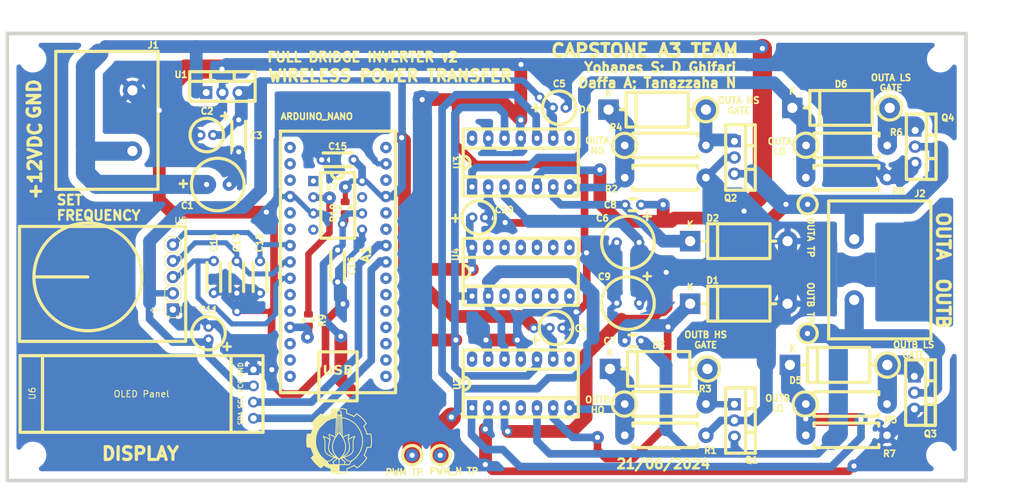
<source format=kicad_pcb>
(kicad_pcb (version 20221018) (generator pcbnew)
  (title_block (title "Full Bridge Inverter") (date "2024-06-20") (rev "2") (company "Yohanes Stefanus (0812 9928 8241)"))
  (layers (0 "F.Cu" signal) (31 "B.Cu" signal) (34 "B.Paste" user) (35 "F.Paste" user) (36 "B.SilkS" user "B.Silkscreen") (37 "F.SilkS" user "F.Silkscreen") (38 "B.Mask" user) (39 "F.Mask" user) (44 "Edge.Cuts" user))
  (net 0 "")
  (net 4 "GND")
  (net 7 "Net-(A1-D4)")
  (net 8 "Net-(A1-D5)")
  (net 9 "Net-(A1-D6)")
  (net 12 "/PWM")
  (net 23 "Net-(A1-A4)")
  (net 24 "Net-(A1-A5)")
  (net 27 "+5V")
  (net 30 "+12V")
  (net 31 "Net-(D1-K)")
  (net 32 "Net-(J2-Pin_2)")
  (net 33 "Net-(D3-K)")
  (net 34 "Net-(J2-Pin_1)")
  (net 35 "Net-(A1-D9)")
  (net 36 "Net-(D2-K)")
  (net 37 "Net-(D4-K)")
  (net 38 "Net-(D4-A)")
  (net 39 "Net-(D5-K)")
  (net 40 "Net-(D5-A)")
  (net 41 "Net-(D6-K)")
  (net 42 "/PWM_N")
  (net 43 "Net-(D6-A)")
  (net 44 "Net-(D3-A)")
  (net 45 "Net-(U7-A)")
  (footprint "Resistor_THT:R_Axial_DIN0411_L9.9mm_D3.6mm_P12.70mm_Horizontal" (layer "F.Cu") (at 172.615685 133.725)
    (fp_text reference "R1")
    (fp_text value "10k")
  )
  (footprint "Package_TO_SOT_THT:TO-220-3_Vertical" (layer "F.Cu") (at 189.765685 87.68 -90)
    (fp_text reference "Q2")
    (fp_text value "IRLZ44N")
  )
  (footprint "Package_TO_SOT_THT:TO-220-3_Vertical" (layer "F.Cu") (at 217.925 124.5 -90)
    (fp_text reference "Q3")
    (fp_text value "IRLZ44N")
  )
  (footprint "Capacitor_THT:C_Disc_D4.3mm_W1.9mm_P5.00mm" (layer "F.Cu") (at 115.55 106.45 -90)
    (fp_text reference "C12")
    (fp_text value "47n")
  )
  (footprint "Capacitor_THT:C_Radial_D8.0mm_H11.5mm_P3.50mm" (layer "F.Cu") (at 174.865685 103.52 180)
    (fp_text reference "C6")
    (fp_text value "100u")
  )
  (footprint "Capacitor_THT:C_Radial_D5.0mm_H11.0mm_P2.00mm" (layer "F.Cu") (at 148.765685 99.62)
    (fp_text reference "C10")
    (fp_text value "10u")
  )
  (footprint "MountingHole:MountingHole_3.2mm_M3_DIN965" (layer "F.Cu") (at 221.989315 74.8)
    (fp_text reference "H3" hide)
    (fp_text value "MountingHole" hide)
  )
  (footprint "Package_TO_SOT_THT:TO-220-3_Vertical" (layer "F.Cu") (at 107.135 80.0495)
    (fp_text reference "U1")
    (fp_text value "LM7805_TO220")
  )
  (footprint "Diode_THT:D_DO-201AD_P15.24mm_Horizontal" (layer "F.Cu") (at 182.845685 103.32)
    (fp_text reference "D2")
    (fp_text value "1N5820")
  )
  (footprint "Capacitor_THT:C_Disc_D4.3mm_W1.9mm_P5.00mm" (layer "F.Cu") (at 127.7 104.71 -90)
    (fp_text reference "C16")
    (fp_text value "22n")
  )
  (footprint "Package_DIP:DIP-8_W7.62mm" (layer "F.Cu") (at 123.9 93.9)
    (fp_text reference "U7")
    (fp_text value "6N137")
  )
  (footprint "Capacitor_THT:C_Radial_D5.0mm_H11.0mm_P2.00mm" (layer "F.Cu") (at 107.5 118.725 90)
    (fp_text reference "C11")
    (fp_text value "10u" hide)
  )
  (footprint "Capacitor_THT:C_Radial_D8.0mm_H11.5mm_P3.50mm" (layer "F.Cu") (at 174.865685 113.02 180)
    (fp_text reference "C9")
    (fp_text value "100u")
  )
  (footprint "HB9500:HB9500" (layer "F.Cu") (at 95.6 79.7 -90)
    (fp_text reference "J1")
    (fp_text value "Screw_Terminal_01x02")
  )
  (footprint "Capacitor_THT:C_Disc_D4.3mm_W1.9mm_P5.00mm" (layer "F.Cu") (at 130.2 90.575 180)
    (fp_text reference "C15")
    (fp_text value "100n")
  )
  (footprint "Diode_THT:D_DO-201AD_P15.24mm_Horizontal" (layer "F.Cu") (at 198.455 122.7)
    (fp_text reference "D5")
    (fp_text value "1N5820")
  )
  (footprint "Package_TO_SOT_THT:TO-220-3_Vertical" (layer "F.Cu") (at 189.765685 128.86 -90)
    (fp_text reference "Q1")
    (fp_text value "IRLZ44N")
  )
  (footprint "Capacitor_THT:C_Disc_D4.3mm_W1.9mm_P5.00mm" (layer "F.Cu") (at 108.325 106.425 -90)
    (fp_text reference "C14")
    (fp_text value "47n")
  )
  (footprint "Capacitor_THT:C_Radial_D5.0mm_H11.0mm_P2.00mm" (layer "F.Cu") (at 108.225 86.7 180)
    (fp_text reference "C2")
    (fp_text value "10u")
  )
  (footprint "KY-040:KY-040-PORT" (layer "F.Cu") (at 101.925 110.215 -90)
    (fp_text reference "U5")
    (fp_text value "KY-040" hide)
  )
  (footprint "Capacitor_THT:C_Disc_D3.0mm_W1.6mm_P2.50mm" (layer "F.Cu") (at 172.675 97.625)
    (fp_text reference "C8")
    (fp_text value "47n")
  )
  (footprint "KiCad-SSD1306-0.91-OLED-4pin-128x32.pretty-master:SSD1306-0.91-OLED-4pin-128x32" (layer "F.Cu") (at 78.025685 121.25)
    (fp_text reference "U6")
    (fp_text value "OLED-0.91")
  )
  (footprint "Diode_THT:D_DO-201AD_P15.24mm_Horizontal" (layer "F.Cu") (at 198.83 82.45)
    (fp_text reference "D6")
    (fp_text value "1N5820")
  )
  (footprint "Resistor_THT:R_Axial_DIN0411_L9.9mm_D3.6mm_P12.70mm_Horizontal" (layer "F.Cu") (at 213.640685 93.375 180)
    (fp_text reference "R8")
    (fp_text value "10k")
  )
  (footprint "HB9500:HB9500" (layer "F.Cu") (at 208.515685 112.52 90)
    (fp_text reference "J2")
    (fp_text value "Screw_Terminal_01x02")
  )
  (footprint "Capacitor_THT:C_Radial_D5.0mm_H11.0mm_P2.00mm" (layer "F.Cu") (at 161.365685 82.42)
    (fp_text reference "C5")
    (fp_text value "10u")
  )
  (footprint "Resistor_THT:R_Axial_DIN0411_L9.9mm_D3.6mm_P12.70mm_Horizontal" (layer "F.Cu") (at 213.640685 128.825 180)
    (fp_text reference "R5")
    (fp_text value "10")
  )
  (footprint "Diode_THT:D_DO-201AD_P15.24mm_Horizontal" (layer "F.Cu") (at 182.845685 113.12)
    (fp_text reference "D1")
    (fp_text value "1N5820")
  )
  (footprint "Resistor_THT:R_Axial_DIN0411_L9.9mm_D3.6mm_P12.70mm_Horizontal" (layer "F.Cu") (at 185.315685 88.325 180)
    (fp_text reference "R4")
    (fp_text value "10")
  )
  (footprint "MountingHole:MountingHole_3.2mm_M3_DIN965" (layer "F.Cu") (at 221.875 136.825)
    (fp_text reference "H4" hide)
    (fp_text value "MountingHole")
  )
  (footprint "Diode_THT:D_DO-201AD_P15.24mm_Horizontal" (layer "F.Cu") (at 170.075685 82.725)
    (fp_text reference "D4")
    (fp_text value "1N5820")
  )
  (footprint "Capacitor_THT:C_Radial_D8.0mm_H11.5mm_P3.50mm" (layer "F.Cu") (at 107.2 94.45)
    (fp_text reference "C1")
    (fp_text value "100u")
  )
  (footprint "Resistor_THT:R_Axial_DIN0411_L9.9mm_D3.6mm_P12.70mm_Horizontal" (layer "F.Cu") (at 213.640685 133.725 180)
    (fp_text reference "R7")
    (fp_text value "10k")
  )
  (footprint "Package_TO_SOT_THT:TO-220-3_Vertical" (layer "F.Cu") (at 218.040685 85.985 -90)
    (fp_text reference "Q4")
    (fp_text value "IRLZ44N")
  )
  (footprint "Resistor_THT:R_Axial_DIN0411_L9.9mm_D3.6mm_P12.70mm_Horizontal" (layer "F.Cu") (at 172.615685 93.375)
    (fp_text reference "R2")
    (fp_text value "10k")
  )
  (footprint "Capacitor_THT:C_Radial_D5.0mm_H11.0mm_P2.00mm" (layer "F.Cu") (at 160.865685 116.92)
    (fp_text reference "C4")
    (fp_text value "10u")
  )
  (footprint "Arduino_Nano:Arduino_Nano_v2" (layer "F.Cu") (at 120.255685 88.65)
    (fp_text reference "A1")
    (fp_text value "Arduino_Nano_v3.x")
  )
  (footprint "Resistor_SMD:R_0805_2012Metric" (layer "F.Cu") (at 123.125 115.675 90)
    (fp_text reference "R9")
    (fp_text value "330")
  )
  (footprint "LOGO" (layer "F.Cu") (at 127.920854 134.544332)
    (fp_text reference "G***" hide)
    (fp_text value "LOGO" hide)
  )
  (footprint "Package_DIP:DIP-14_W7.62mm_Socket_LongPads" (layer "F.Cu") (at 148.725685 94.82 90)
    (fp_text reference "U3")
    (fp_text value "IR2110")
  )
  (footprint "Package_DIP:DIP-14_W7.62mm_Socket_LongPads" (layer "F.Cu") (at 148.725685 129.42 90)
    (fp_text reference "U2")
    (fp_text value "IR2110")
  )
  (footprint "MountingHole:MountingHole_3.2mm_M3_DIN965" (layer "F.Cu") (at 80.025 74.8)
    (fp_text reference "H2" hide)
    (fp_text value "MountingHole")
  )
  (footprint "Capacitor_THT:C_Disc_D4.3mm_W1.9mm_P5.00mm" (layer "F.Cu") (at 112.225 84.325 -90)
    (fp_text reference "C3")
    (fp_text value "100n")
  )
  (footprint "Resistor_THT:R_Axial_DIN0411_L9.9mm_D3.6mm_P12.70mm_Horizontal" (layer "F.Cu") (at 185.315685 128.825 180)
    (fp_text reference "R3")
    (fp_text value "10")
  )
  (footprint "Resistor_THT:R_Axial_DIN0411_L9.9mm_D3.6mm_P12.70mm_Horizontal" (layer "F.Cu") (at 213.675 88.325 180)
    (fp_text reference "R6")
    (fp_text value "10")
  )
  (footprint "Diode_THT:D_DO-201AD_P15.24mm_Horizontal" (layer "F.Cu") (at 170.31 123.325)
    (fp_text reference "D3")
    (fp_text value "1N5820")
  )
  (footprint "Package_DIP:DIP-14_W7.62mm_Socket_LongPads" (layer "F.Cu") (at 148.725685 111.92 90)
    (fp_text reference "U4")
    (fp_text value "74LS04")
  )
  (footprint "MountingHole:MountingHole_3.2mm_M3_DIN965" (layer "F.Cu") (at 80.025 136.825)
    (fp_text reference "H1" hide)
    (fp_text value "MountingHole")
  )
  (footprint "Capacitor_THT:C_Disc_D4.3mm_W1.9mm_P5.00mm" (layer "F.Cu") (at 111.925 106.45 -90)
    (fp_text reference "C13")
    (fp_text value "47n")
  )
  (footprint "Resistor_SMD:R_0805_2012Metric" (layer "F.Cu") (at 128.875 98.075 -90)
    (fp_text reference "R10")
    (fp_text value "470")
  )
  (footprint "Capacitor_THT:C_Disc_D3.0mm_W1.6mm_P2.50mm" (layer "F.Cu") (at 172.65 118.925)
    (fp_text reference "C7")
    (fp_text value "47n")
  )
  (gr_rect (start 76 70.8) (end 226 140.8) (stroke (width 0.1)) (fill none) (layer "F.Cu"))
  (gr_rect (start 76 70.8) (end 226 140.8) (stroke (width 0.5)) (fill none) (layer "B.Cu"))
  (gr_circle (center 139.35 136.825) (end 140.85 136.825) (stroke (width 0.5)) (fill none) (layer "F.SilkS"))
  (gr_circle (center 201.225 117.75) (end 202.725 117.75) (stroke (width 0.5)) (fill none) (layer "F.SilkS"))
  (gr_circle (center 185.55 123.325) (end 187.45 123.325) (stroke (width 0.5)) (fill none) (layer "F.SilkS"))
  (gr_circle (center 200.85 128.825) (end 202.75 128.825) (stroke (width 0.5)) (fill none) (layer "F.SilkS"))
  (gr_circle (center 143.8 136.825) (end 145.3 136.825) (stroke (width 0.5)) (fill none) (layer "F.SilkS"))
  (gr_circle (center 172.55 128.825) (end 174.45 128.825) (stroke (width 0.5)) (fill none) (layer "F.SilkS"))
  (gr_circle (center 185.275 82.725) (end 187.175 82.725) (stroke (width 0.5)) (fill none) (layer "F.SilkS"))
  (gr_circle (center 213.675 122.725) (end 215.575 122.725) (stroke (width 0.5)) (fill none) (layer "F.SilkS"))
  (gr_circle (center 200.959315 88.305) (end 202.859315 88.305) (stroke (width 0.5)) (fill none) (layer "F.SilkS"))
  (gr_circle (center 201.225 97.575) (end 202.725 97.575) (stroke (width 0.5)) (fill none) (layer "F.SilkS"))
  (gr_circle (center 214.075 82.45) (end 215.975 82.45) (stroke (width 0.5)) (fill none) (layer "F.SilkS"))
  (gr_rect (start 76 70.8) (end 226 140.8) (stroke (width 0.5)) (fill none) (layer "F.SilkS"))
  (gr_circle (center 172.6 88.325) (end 174.5 88.325) (stroke (width 0.5)) (fill none) (layer "F.SilkS"))
  (gr_line (start 224.6 141) (end 224.6 140.9) (stroke (width 0.1)) (layer "Edge.Cuts"))
  (gr_line (start 220.465685 141) (end 224.6 141) (stroke (width 0.1)) (layer "Edge.Cuts"))
  (gr_rect (start 76 70.8) (end 226 140.8) (stroke (width 0.5)) (fill none) (layer "Edge.Cuts"))
  (gr_text "OUTA HS\nGATE" (at 190.45 82.075) (layer "F.SilkS") (effects (font (size 1 1) (thickness 0.25) bold)))
  (gr_text "+" (at 109.225 120.6) (layer "F.SilkS") (effects (font (size 1.5 1.5) (thickness 0.375) bold) (justify left bottom)))
  (gr_text "+" (at 174.95 109.575) (layer "F.SilkS") (effects (font (size 1.5 1.5) (thickness 0.375) bold) (justify left bottom)))
  (gr_text "OUTB LS\nGATE" (at 217.825 120.35) (layer "F.SilkS") (effects (font (size 1 1) (thickness 0.25) bold)))
  (gr_text "OUTA TP" (at 201.125 99.45 -90) (layer "F.SilkS") (effects (font (size 1 1) (thickness 0.25) bold) (justify left bottom)))
  (gr_text "PWM_N TP" (at 141.9 139.925) (layer "F.SilkS") (effects (font (size 1 1) (thickness 0.25) bold) (justify left bottom)))
  (gr_text "GND" (at 81.375 84.45 90) (layer "F.SilkS") (effects (font (size 2 2) (thickness 0.5) bold) (justify left bottom)))
  (gr_text "OUTA\nLO" (at 196.875 88.5) (layer "F.SilkS") (effects (font (size 1 1) (thickness 0.25) bold)))
  (gr_text "+" (at 174.95 100.225) (layer "F.SilkS") (effects (font (size 1.5 1.5) (thickness 0.375) bold) (justify left bottom)))
  (gr_text "DISPLAY" (at 90.55 137.775) (layer "F.SilkS") (effects (font (size 2 2) (thickness 0.5) bold) (justify left bottom)))
  (gr_text "OUTA LS\nGATE" (at 214.275 78.525) (layer "F.SilkS") (effects (font (size 1 1) (thickness 0.25) bold)))
  (gr_text "+" (at 144.95 100.5) (layer "F.SilkS") (effects (font (size 1.5 1.5) (thickness 0.375) bold) (justify left bottom)))
  (gr_text "FULL BRIDGE INVERTER v2\n" (at 116.475 75.375) (layer "F.SilkS") (effects (font (size 1.5 1.5) (thickness 0.375) bold) (justify left bottom)))
  (gr_text "CAPSTONE A3 TEAM" (at 160.85 74.65) (layer "F.SilkS") (effects (font (size 2 2) (thickness 0.5) bold) (justify left bottom)))
  (gr_text "SET\nFREQUENCY" (at 83.55 100.175) (layer "F.SilkS") (effects (font (size 1.5 1.5) (thickness 0.375) bold) (justify left bottom)))
  (gr_text "ARDUINO_NANO" (at 118.65 84.375) (layer "F.SilkS") (effects (font (size 1 1) (thickness 0.25) bold) (justify left bottom)))
  (gr_text "Yohanes S; D Ghifari\nDaffa A; Tanazzaha N" (at 190.275 79.4) (layer "F.SilkS") (effects (font (size 1.5 1.5) (thickness 0.375) bold) (justify right bottom)))
  (gr_text "OUTB\nLO" (at 196.55 128.725) (layer "F.SilkS") (effects (font (size 1 1) (thickness 0.25) bold)))
  (gr_text "+" (at 102.375 95.1) (layer "F.SilkS") (effects (font (size 1.5 1.5) (thickness 0.375) bold) (justify left bottom)))
  (gr_text "OUTA\n" (at 221.265685 98.5 270) (layer "F.SilkS") (effects (font (size 2 2) (thickness 0.5) bold) (justify left bottom)))
  (gr_text "OUTB TP" (at 201.1 109.625 -90) (layer "F.SilkS") (effects (font (size 1 1) (thickness 0.25) bold) (justify left bottom)))
  (gr_text "+" (at 157.425 119.55) (layer "F.SilkS") (effects (font (size 1.5 1.5) (thickness 0.375) bold) (justify left bottom)))
  (gr_text "OUTB\nHO" (at 168.375 130.35) (layer "F.SilkS") (effects (font (size 1 1) (thickness 0.25) bold) (justify bottom)))
  (gr_text "WIRELESS POWER TRANSFER" (at 116.625 78.475) (layer "F.SilkS") (effects (font (size 1.8 1.8) (thickness 0.45) bold) (justify left bottom)))
  (gr_text "+12VDC" (at 81.525 97.075 90) (layer "F.SilkS") (effects (font (size 2 2) (thickness 0.5) bold) (justify left bottom)))
  (gr_text "21/06/2024" (at 171.125 139.075) (layer "F.SilkS") (effects (font (size 1.5 1.5) (thickness 0.375) bold) (justify left bottom)))
  (gr_text "OUTA\nHO" (at 168.325 88.375) (layer "F.SilkS") (effects (font (size 1 1) (thickness 0.25) bold)))
  (gr_text "OUTB" (at 221.265685 108.9 270) (layer "F.SilkS") (effects (font (size 2 2) (thickness 0.5) bold) (justify left bottom)))
  (gr_text "PWM TP" (at 135.05 140.1) (layer "F.SilkS") (effects (font (size 1 1) (thickness 0.25) bold) (justify left bottom)))
  (gr_text "OUTB HS\nGATE" (at 185.275 118.775) (layer "F.SilkS") (effects (font (size 1 1) (thickness 0.25) bold)))
  (gr_text "+" (at 157.525 83.2) (layer "F.SilkS") (effects (font (size 1.5 1.5) (thickness 0.375) bold) (justify left bottom)))
  (gr_text "+" (at 108.875 84.5) (layer "F.SilkS") (effects (font (size 1.5 1.5) (thickness 0.375) bold) (justify left bottom)))
  (segment (start 117.4 120.025) (end 117.375 120) (width 1.2) (layer "F.Cu") (net 4))
  (segment (start 150.955685 118.8) (end 155.8 118.8) (width 2) (layer "F.Cu") (net 4))
  (segment (start 156.35 84.35) (end 156.35 75.675) (width 2) (layer "F.Cu") (net 4))
  (segment (start 166.325 104.839315) (end 166.625 105.139315) (width 1.2) (layer "F.Cu") (net 4))
  (segment (start 101.725 98.775) (end 99.8 96.85) (width 2) (layer "F.Cu") (net 4))
  (segment (start 117.4 123.45) (end 117.4 125.65) (width 1.2) (layer "F.Cu") (net 4))
  (segment (start 156.35 75.675) (end 156.375 75.65) (width 2) (layer "F.Cu") (net 4))
  (segment (start 117.4 125.65) (end 119.025 127.275) (width 1.2) (layer "F.Cu") (net 4))
  (segment (start 153.885685 100.46) (end 166.315 100.46) (width 1.2) (layer "F.Cu") (net 4))
  (segment (start 166.675 113.000685) (end 165.255685 114.42) (width 1.2) (layer "F.Cu") (net 4))
  (segment (start 103.925 76.375) (end 99.8 80.5) (width 3) (layer "F.Cu") (net 4))
  (segment (start 125.8 123.2) (end 125.8 115.9) (width 1.2) (layer "F.Cu") (net 4))
  (segment (start 116.54132 98.775) (end 101.725 98.775) (width 2) (layer "F.Cu") (net 4))
  (segment (start 166.625 105.139315) (end 166.675 105.189315) (width 1.2) (layer "F.Cu") (net 4))
  (segment (start 117.36632 118.899365) (end 117.36632 114.325) (width 1.2) (layer "F.Cu") (net 4))
  (segment (start 99.8 96.85) (end 99.8 82.8245) (width 2) (layer "F.Cu") (net 4))
  (segment (start 150.955685 118.8) (end 150.955685 118.8) (width 2) (layer "F.Cu") (net 4))
  (segment (start 151.85 139.35) (end 151.025 138.525) (width 1.2) (layer "F.Cu") (net 4))
  (segment (start 109.6 76.375) (end 103.925 76.375) (width 3) (layer "F.Cu") (net 4))
  (segment (start 146.15 81.15) (end 140.925 81.15) (width 2) (layer "F.Cu") (net 4))
  (segment (start 166.325 100.45) (end 166.325 93.070585) (width 1.2) (layer "F.Cu") (net 4))
  (segment (start 166.315 100.46) (end 166.325 100.45) (width 1.2) (layer "F.Cu") (net 4))
  (segment (start 156.35 84.35) (end 153.15 81.15) (width 2) (layer "F.Cu") (net 4))
  (segment (start 117.75 99.98368) (end 116.54132 98.775) (width 1.2) (layer "F.Cu") (net 4))
  (segment (start 99.8 80.5) (end 99.8 82.8245) (width 3) (layer "F.Cu") (net 4))
  (segment (start 208.475 138.525) (end 207.65 139.35) (width 1.2) (layer "F.Cu") (net 4))
  (segment (start 150.835685 138.3) (end 150.855685 138.32) (width 2) (layer "F.Cu") (net 4))
  (segment (start 166.325 93.070585) (end 164.554415 91.3) (width 1.2) (layer "F.Cu") (net 4))
  (segment (start 150.8 132.75) (end 150.835685 132.785685) (width 2) (layer "F.Cu") (net 4))
  (segment (start 117.375 118.908045) (end 117.36632 118.899365) (width 1.2) (layer "F.Cu") (net 4))
  (segment (start 155.850685 118.8) (end 155.860685 118.81) (width 2) (layer "F.Cu") (net 4))
  (segment (start 146.15 88.135585) (end 146.15 81.15) (width 1.2) (layer "F.Cu") (net 4))
  (segment (start 155.8 118.8) (end 155.850685 118.8) (width 2) (layer "F.Cu") (net 4))
  (segment (start 153.15 81.15) (end 146.15 81.15) (width 2) (layer "F.Cu") (net 4))
  (segment (start 166.325 100.45) (end 166.325 104.839315) (width 1.2) (layer "F.Cu") (net 4))
  (segment (start 207.65 139.35) (end 151.85 139.35) (width 1.2) (layer "F.Cu") (net 4))
  (segment (start 150.835685 132.71) (end 150.835685 132.714315) (width 2) (layer "F.Cu") (net 4))
  (segment (start 117.4 123.45) (end 117.4 120.025) (width 1.2) (layer "F.Cu") (net 4))
  (segment (start 150.9 118.8) (end 150.955685 118.8) (width 2) (layer "F.Cu") (net 4))
  (segment (start 150.9 118.855685) (end 150.9 118.8) (width 2) (layer "F.Cu") (net 4))
  (segment (start 164.554415 91.3) (end 149.314415 91.3) (width 1.2) (layer "F.Cu") (net 4))
  (segment (start 121.725 127.275) (end 125.8 123.2) (width 1.2) (layer "F.Cu") (net 4))
  (segment (start 117.75 113.94132) (end 117.75 99.98368) (width 1.2) (layer "F.Cu") (net 4))
  (segment (start 166.675 105.189315) (end 166.675 113.000685) (width 1.2) (layer "F.Cu") (net 4))
  (segment (start 150.835685 132.714315) (end 150.8 132.75) (width 2) (layer "F.Cu") (net 4))
  (segment (start 111.95 114.325) (end 117.36632 114.325) (width 0.8) (layer "F.Cu") (net 4))
  (segment (start 150.865685 118.89) (end 150.9 118.855685) (width 2) (layer "F.Cu") (net 4))
  (segment (start 119.025 127.275) (end 121.725 127.275) (width 1.2) (layer "F.Cu") (net 4))
  (segment (start 125.8 115.9) (end 128.55 113.15) (width 1.2) (layer "F.Cu") (net 4))
  (segment (start 150.835685 132.785685) (end 150.835685 138.3) (width 2) (layer "F.Cu") (net 4))
  (segment (start 117.36632 114.325) (end 117.75 113.94132) (width 1.2) (layer "F.Cu") (net 4))
  (segment (start 149.314415 91.3) (end 146.15 88.135585) (width 1.2) (layer "F.Cu") (net 4))
  (segment (start 117.375 120) (end 117.375 118.908045) (width 1.2) (layer "F.Cu") (net 4))
  (via (at 140.925 81.15) (size 2) (drill 0.8) (layers "F.Cu" "B.Cu") (net 4))
  (via (at 153.885685 100.46) (size 1) (drill 0.5) (layers "F.Cu" "B.Cu") (net 4))
  (via (at 150.8 138.3) (size 1.5) (drill 0.8) (layers "F.Cu" "B.Cu") (net 4))
  (via (at 156.35 84.35) (size 1.5) (drill 0.8) (layers "F.Cu" "B.Cu") (net 4))
  (via (at 166.625 105.139315) (size 1.5) (drill 0.8) (layers "F.Cu" "B.Cu") (net 4))
  (via (at 208.475 138.525) (size 2) (drill 0.8) (layers "F.Cu" "B.Cu") (net 4))
  (via (at 128.55 113.15) (size 2) (drill 0.8) (layers "F.Cu" "B.Cu") (net 4))
  (via (at 109.6 76.375) (size 2) (drill 0.8) (layers "F.Cu" "B.Cu") (net 4))
  (via (at 150.835685 132.71) (size 1) (drill 0.5) (layers "F.Cu" "B.Cu") (net 4))
  (via (at 116.54132 98.775) (size 2) (drill 0.8) (layers "F.Cu" "B.Cu") (net 4))
  (via (at 150.855685 138.32) (size 1) (drill 0.5) (layers "F.Cu" "B.Cu") (net 4))
  (via (at 153.9 100.4) (size 1.5) (drill 0.8) (layers "F.Cu" "B.Cu") (net 4))
  (via (at 155.850685 118.8) (size 1) (drill 0.5) (layers "F.Cu" "B.Cu") (net 4))
  (via (at 150.955685 118.8) (size 1) (drill 0.5) (layers "F.Cu" "B.Cu") (net 4))
  (via (at 165.255685 114.42) (size 1) (drill 0.5) (layers "F.Cu" "B.Cu") (net 4))
  (via (at 111.95 114.325) (size 1.5) (drill 0.8) (layers "F.Cu" "B.Cu") (net 4))
  (via (at 155.8 118.8) (size 1.5) (drill 0.8) (layers "F.Cu" "B.Cu") (net 4))
  (via (at 156.375 75.65) (size 2) (drill 0.8) (layers "F.Cu" "B.Cu") (net 4))
  (via (at 117.4 123.45) (size 2) (drill 0.8) (layers "F.Cu" "B.Cu") (net 4))
  (via (at 165 114.4) (size 1.5) (drill 0.8) (layers "F.Cu" "B.Cu") (net 4))
  (via (at 150.8 132.75) (size 1.5) (drill 0.8) (layers "F.Cu" "B.Cu") (net 4))
  (via (at 150.9 118.8) (size 1.5) (drill 0.8) (layers "F.Cu" "B.Cu") (net 4))
  (via (at 99.8 82.8245) (size 2) (drill 0.8) (layers "F.Cu" "B.Cu") (net 4))
  (segment (start 127.25 88.375) (end 126.25 88.375) (width 0.8) (layer "B.Cu") (net 4))
  (segment (start 108.35 111.45) (end 108.325 111.425) (width 0.8) (layer "B.Cu") (net 4))
  (segment (start 140.965685 128.415685) (end 140.965685 84.065685) (width 3) (layer "B.Cu") (net 4))
  (segment (start 103.25 86.575) (end 103.25 87.669113) (width 1.2) (layer "B.Cu") (net 4))
  (segment (start 140.85 75.65) (end 156.375 75.65) (width 2) (layer "B.Cu") (net 4))
  (segment (start 140.95 81.175) (end 140.925 81.15) (width 3) (layer "B.Cu") (net 4))
  (segment (start 151.265685 119.165685) (end 150.9 118.8) (width 1.2) (layer "B.Cu") (net 4))
  (segment (start 156.35 84.35) (end 156.345685 84.345685) (width 0.8) (layer "B.Cu") (net 4))
  (segment (start 164.98 114.42) (end 165 114.4) (width 1.2) (layer "B.Cu") (net 4))
  (segment (start 109.6 79.9745) (end 109.675 80.0495) (width 1) (layer "B.Cu") (net 4))
  (segment (start 151.265685 132.28) (end 150.835685 132.71) (width 1.2) (layer "B.Cu") (net 4))
  (segment (start 163.765685 75.659315) (end 163.775 75.65) (width 1.2) (layer "B.Cu") (net 4))
  (segment (start 151.265685 121.8) (end 151.265685 119.165685) (width 1.2) (layer "B.Cu") (net 4))
  (segment (start 115.55 111.45) (end 108.35 111.45) (width 0.8) (layer "B.Cu") (net 4))
  (segment (start 132.175 88.375) (end 127.25 88.375) (width 0.8) (layer "B.Cu") (net 4))
  (segment (start 156.345685 84.354315) (end 156.35 84.35) (width 0.8) (layer "B.Cu") (net 4))
  (segment (start 112.225 90.9) (end 112.225 92.925) (width 2) (layer "B.Cu") (net 4))
  (segment (start 156.345685 87.2) (end 156.345685 84.354315) (width 0.8) (layer "B.Cu") (net 4))
  (segment (start 155.860685 118.81) (end 155.860685 115.625) (width 1.2) (layer "B.Cu") (net 4))
  (segment (start 114.525685 123.44) (end 114.525685 122.203986) (width 1.2) (layer "B.Cu") (net 4))
  (segment (start 120.255685 96.33) (end 118.98632 96.33) (width 0.8) (layer "B.Cu") (net 4))
  (segment (start 208.840684 138.525) (end 208.475 138.525) (width 1.2) (layer "B.Cu") (net 4))
  (segment (start 218.040685 91.2775) (end 217.593185 91.725) (width 2) (layer "B.Cu") (net 4))
  (segment (start 119 86.55) (end 118.075 87.475) (width 0.8) (layer "B.Cu") (net 4))
  (segment (start 111.925 111.45) (end 111.925 114.3) (width 0.8) (layer "B.Cu") (net 4))
  (segment (start 127.7 109.71) (end 127.7 107.720303) (width 0.8) (layer "B.Cu") (net 4))
  (segment (start 165.255685 114.42) (end 165.265685 114.41) (width 1.2) (layer "B.Cu") (net 4))
  (segment (start 150.8 138.35) (end 149.368755 138.35) (width 2) (layer "B.Cu") (net 4))
  (segment (start 114.525685 122.203986) (end 108.646699 116.325) (width 1.2) (layer "B.Cu") (net 4))
  (segment (start 156.345685 119.345685) (end 155.8 118.8) (width 1.2) (layer "B.Cu") (net 4))
  (segment (start 163.775 75.65) (end 191.675 75.65) (width 2) (layer "B.Cu") (net 4))
  (segment (start 112.225 92.925) (end 110.7 94.45) (width 2) (layer "B.Cu") (net 4))
  (segment (start 171.365685 105.67) (end 171.365685 113.02) (width 1.2) (layer "B.Cu") (net 4))
  (segment (start 156.965685 114.52) (end 163.865685 114.52) (width 1.2) (layer "B.Cu") (net 4))
  (segment (start 110.325 75.65) (end 109.6 76.375) (width 2) (layer "B.Cu") (net 4))
  (segment (start 210.295 80.745) (end 210.295 90.029315) (width 2) (layer "B.Cu") (net 4))
  (segment (start 165.02 114.42) (end 165.255685 114.42) (width 1.2) (layer "B.Cu") (net 4))
  (segment (start 112.172057 90.847057) (end 112.225 90.9) (width 1.2) (layer "B.Cu") (net 4))
  (segment (start 166.625 105.139315) (end 167.165685 105.68) (width 1.2) (layer "B.Cu") (net 4))
  (segment (start 151.265685 97.84) (end 153.825685 100.4) (width 1.2) (layer "B.Cu") (net 4))
  (segment (start 132.75 88.95) (end 132.175 88.375) (width 0.8) (layer "B.Cu") (net 4))
  (segment (start 213.640685 133.864315) (end 217.7125 129.7925) (width 2) (layer "B.Cu") (net 4))
  (segment (start 166.625 105.139315) (end 167.155685 105.67) (width 1.2) (layer "B.Cu") (net 4))
  (segment (start 191.725 75.7) (end 205.25 75.7) (width 2) (layer "B.Cu") (net 4))
  (segment (start 151.265685 88.4) (end 151.265685 87.2) (width 0.8) (layer "B.Cu") (net 4))
  (segment (start 118.075 97.24132) (end 116.54132 98.775) (width 0.8) (layer "B.Cu") (net 4))
  (segment (start 101.925 114.025) (end 105.1 114.025) (width 1) (layer "B.Cu") (net 4))
  (segment (start 114.525685 123.44) (end 117.39 123.44) (width 1.2) (layer "B.Cu") (net 4))
  (segment (start 167.155685 105.67) (end 171.365685 105.67) (width 1.2) (layer "B.Cu") (net 4))
  (segment (start 151.265685 94.82) (end 151.265685 97.84) (width 1.2) (layer "B.Cu") (net 4))
  (segment (start 126.25 88.375) (end 125.2 89.425) (width 0.8) (layer "B.Cu") (net 4))
  (segment (start 156.345685 84.345685) (end 156.345685 83.97) (width 0.8) (layer "B.Cu") (net 4))
  (segment (start 156.345685 83.97) (end 156.355685 83.96) (width 0.8) (layer "B.Cu") (net 4))
  (segment (start 156.375 75.65) (end 163.775 75.65) (width 2) (layer "B.Cu") (net 4))
  (segment (start 163.865685 114.52) (end 163.965685 114.42) (width 1.2) (layer "B.Cu") (net 4))
  (segment (start 217.593185 92.056815) (end 216.275 93.375) (width 2) (layer "B.Cu") (net 4))
  (segment (start 125.2 89.375) (end 125.2 90.575) (width 0.8) (layer "B.Cu") (net 4))
  (segment (start 127.7 107.720303) (end 131.52 103.900303) (width 0.8) (layer "B.Cu") (net 4))
  (segment (start 163.965685 114.42) (end 163.965685 116.22) (width 1.2) (layer "B.Cu") (net 4))
  (segment (start 127.25 88.375) (end 125.425 86.55) (width 0.8) (layer "B.Cu") (net 4))
  (segment (start 105.825 86.575) (end 105.825 86.7) (width 1.2) (layer "B.Cu") (net 4))
  (segment (start 125.425 86.55) (end 119 86.55) (width 0.8) (layer "B.Cu") (net 4))
  (segment (start 153.885685 100.46) (end 154.105685 100.46) (width 1.2) (layer "B.Cu") (net 4))
  (segment (start 101.5 82.8245) (end 103.5 82.8245) (width 2) (layer "B.Cu") (net 4))
  (segment (start 120.961572 96.33) (end 120.255685 96.33) (width 0.8) (layer "B.Cu") (net 4))
  (segment (start 151.265685 129.42) (end 151.265685 132.28) (width 1.2) (layer "B.Cu") (net 4))
  (segment (start 163.765685 82.42) (end 163.765685 75.659315) (width 1.2) (layer "B.Cu") (net 4))
  (segment (start 140.965685 84.065685) (end 140.95 84.05) (width 3) (layer "B.Cu") (net 4))
  (segment (start 140.95 84.05) (end 140.965685 84.034315) (width 3) (layer "B.Cu") (net 4))
  (segment (start 152.465685 89.6) (end 151.265685 88.4) (width 0.8) (layer "B.Cu") (net 4))
  (segment (start 98.7245 82.8245) (end 103.5 82.8245) (width 3) (layer "B.Cu") (net 4))
  (segment (start 132.75 89.977107) (end 132.75 88.95) (width 0.8) (layer "B.Cu") (net 4))
  (segment (start 131.52 103.900303) (end 131.52 101.52) (width 0.8) (layer "B.Cu") (net 4))
  (segment (start 153.825685 100.4) (end 153.9 100.4) (width 1.2) (layer "B.Cu") (net 4))
  (segment (start 155.860685 115.625) (end 156.965685 114.52) (width 1.2) (layer "B.Cu") (net 4))
  (segment (start 105.1 114.025) (end 107.5 116.425) (width 1) (layer "B.Cu") (net 4))
  (segment (start 98.7245 82.8245) (end 101.5 82.8245) (width 3) (layer "B.Cu") (net 4))
  (segment (start 156.345685 88.4) (end 155.145685 89.6) (width 0.8) (layer "B.Cu") (net 4))
  (segment (start 103.25 83.0745) (end 103.25 86.575) (width 1.2) (layer "B.Cu") (net 4))
  (segment (start 99.8 82.8245) (end 101.5 82.8245) (width 2) (layer "B.Cu") (net 4))
  (segment (start 109.6 76.375) (end 109.6 79.9745) (width 1) (layer "B.Cu") (net 4))
  (segment (start 217.593185 91.725) (end 217.593185 92.056815) (width 2) (layer "B.Cu") (net 4))
  (segment (start 163.965685 114.42) (end 164.98 114.42) (width 1.2) (layer "B.Cu") (net 4))
  (segment (start 217.785685 129.58) (end 215.370342 131.995342) (width 1.2) (layer "B.Cu") (net 4))
  (segment (start 155.145685 89.6) (end 152.465685 89.6) (width 0.8) (layer "B.Cu") (net 4))
  (segment (start 217.925 129.58) (end 217.785685 129.58) (width 1.2) (layer "B.Cu") (net 4))
  (segment (start 106.427943 90.847057) (end 112.172057 90.847057) (width 1.2) (layer "B.Cu") (net 4))
  (segment (start 135.255685 91.21) (end 133.982893 91.21) (width 0.8) (layer "B.Cu") (net 4))
  (segment (start 127.7 112.3) (end 128.55 113.15) (width 1.2) (layer "B.Cu") (net 4))
  (segment (start 108.646699 116.325) (end 107.5 116.325) (width 1.2) (layer "B.Cu") (net 4))
  (segment (start 205.25 75.7) (end 210.295 80.745) (width 2) (layer "B.Cu") (net 4))
  (segment (start 210.295 90.029315) (end 213.640685 93.375) (width 2) (layer "B.Cu") (net 4))
  (segment (start 165 114.4) (end 165.02 114.42) (width 1.2) (layer "B.Cu") (net 4))
  (segment (start 163.965685 111.92) (end 163.965685 114.42) (width 1.2) (layer "B.Cu") (net 4))
  (segment (start 153.9 100.4) (end 153.9 100.474315) (width 1.2) (layer "B.Cu") (net 4))
  (segment (start 103.5 82.8245) (end 103.25 83.0745) (width 1.2) (layer "B.Cu") (net 4))
  (segment (start 156.345685 121.8) (end 156.345685 119.345685) (width 1.2) (layer "B.Cu") (net 4))
  (segment (start 140.85 75.65) (end 110.325 75.65) (width 2) (layer "B.Cu") (net 4))
  (segment (start 140.95 84.05) (end 140.95 81.175) (width 3) (layer "B.Cu") (net 4))
  (segment (start 117.4 123.45) (end 117.375 123.425) (width 1.2) (layer "B.Cu") (net 4))
  (segment (start 140.965685 129.94693) (end 140.965685 128.415685) (width 2) (layer "B.Cu") (net 4))
  (segment (start 103.25 86.575) (end 105.825 86.575) (width 1.2) (layer "B.Cu") (net 4))
  (segment (start 127.7 109.71) (end 127.7 112.3) (width 1.2) (layer "B.Cu") (net 4))
  (segment (start 151.265685 99.52) (end 151.165685 99.62) (width 1.2) (layer "B.Cu") (net 4))
  (segment (start 171.365685 103.52) (end 171.365685 105.67) (width 1.2) (layer "B.Cu") (net 4))
  (segment (start 117.39 123.44) (end 117.4 123.45) (width 1.2) (layer "B.Cu") (net 4))
  (segment (start 156.345685 87.2) (end 156.345685 88.4) (width 0.8) (layer "B.Cu") (net 4))
  (segment (start 103.25 87.669113) (end 106.427943 90.847057) (width 1.2) (layer "B.Cu") (net 4))
  (segment (start 118.98632 96.33) (end 116.54132 98.775) (width 0.8) (layer "B.Cu") (net 4))
  (segment (start 217.7125 129.7925) (end 217.925 129.7925) (width 2) (layer "B.Cu") (net 4))
  (segment (start 153.9 100.474315) (end 153.885685 100.46) (width 1.2) (layer "B.Cu") (net 4))
  (segment (start 149.368755 138.35) (end 140.965685 129.94693) (width 2) (layer "B.Cu") (net 4))
  (segment (start 125.2 89.425) (end 125.2 90.575) (width 0.8) (layer "B.Cu") (net 4))
  (segment (start 215.370342 131.995342) (end 208.840684 138.525) (width 1.2) (layer "B.Cu") (net 4))
  (segment (start 123.611572 98.98) (end 120.961572 96.33) (width 0.8) (layer "B.Cu") (net 4))
  (segment (start 150.865685 118.89) (end 150.955685 118.8) (width 0.8) (layer "B.Cu") (net 4))
  (segment (start 140.965685 84.034315) (end 140.965685 84.02) (width 3) (layer "B.Cu") (net 4))
  (segment (start 95.6 79.7) (end 98.7245 82.8245) (width 3) (layer "B.Cu") (net 4))
  (segment (start 111.925 114.3) (end 111.95 114.325) (width 0.8) (layer "B.Cu") (net 4))
  (segment (start 133.982893 91.21) (end 132.75 89.977107) (width 0.8) (layer "B.Cu") (net 4))
  (segment (start 191.675 75.65) (end 191.725 75.7) (width 2) (layer "B.Cu") (net 4))
  (segment (start 150.780685 132.655) (end 150.835685 132.71) (width 0.8) (layer "B.Cu") (net 4))
  (segment (start 112.225 89.325) (end 112.225 90.9) (width 2) (layer "B.Cu") (net 4))
  (segment (start 216.275 93.375) (end 213.640685 93.375) (width 2) (layer "B.Cu") (net 4))
  (segment (start 118.075 87.475) (end 118.075 97.24132) (width 0.8) (layer "B.Cu") (net 4))
  (segment (start 215.370342 131.995342) (end 213.640685 133.725) (width 1.2) (layer "B.Cu") (net 4))
  (segment (start 151.265685 97.84) (end 151.265685 99.52) (width 1.2) (layer "B.Cu") (net 4))
  (segment (start 123.9 98.98) (end 123.611572 98.98) (width 0.8) (layer "B.Cu") (net 4))
  (segment (start 163.965685 116.22) (end 163.265685 116.92) (width 1.2) (layer "B.Cu") (net 4))
  (segment (start 101.925 103.865) (end 103.815 101.975) (width 0.8) (layer "B.Cu") (net 7))
  (segment (start 115.55 103.89) (end 115.575 103.865) (width 0.8) (layer "B.Cu") (net 7))
  (segment (start 120.110685 103.865) (end 120.255685 104.01) (width 0.8) (layer "B.Cu") (net 7))
  (segment (start 103.815 101.975) (end 113.685 101.975) (width 0.8) (layer "B.Cu") (net 7))
  (segment (start 113.685 101.975) (end 115.575 103.865) (width 0.8) (layer "B.Cu") (net 7))
  (segment (start 115.55 106.45) (end 115.55 103.89) (width 0.8) (layer "B.Cu") (net 7))
  (segment (start 115.575 103.865) (end 120.110685 103.865) (width 0.8) (layer "B.Cu") (net 7))
  (segment (start 117.545 108.45) (end 119.425 106.57) (width 0.8) (layer "B.Cu") (net 8))
  (segment (start 120.090685 106.405) (end 120.255685 106.57) (width 0.8) (layer "B.Cu") (net 8))
  (segment (start 102.57 106.405) (end 105.4 103.575) (width 0.8) (layer "B.Cu") (net 8))
  (segment (start 105.4 103.575) (end 110.225 103.575) (width 0.8) (layer "B.Cu") (net 8))
  (segment (start 113.925 108.45) (end 117.545 108.45) (width 0.8) (layer "B.Cu") (net 8))
  (segment (start 110.225 103.575) (end 111.925 105.275) (width 0.8) (layer "B.Cu") (net 8))
  (segment (start 111.925 105.275) (end 111.925 106.45) (width 0.8) (layer "B.Cu") (net 8))
  (segment (start 119.425 106.57) (end 120.255685 106.57) (width 0.8) (layer "B.Cu") (net 8))
  (segment (start 111.925 106.45) (end 113.925 108.45) (width 0.8) (layer "B.Cu") (net 8))
  (segment (start 101.925 106.405) (end 102.57 106.405) (width 0.8) (layer "B.Cu") (net 8))
  (segment (start 102.63 108.945) (end 105.15 106.425) (width 0.8) (layer "B.Cu") (net 9))
  (segment (start 105.85 112.15) (end 107.325 113.625) (width 0.8) (layer "B.Cu") (net 9))
  (segment (start 108.492283 113.625) (end 111.142283 116.275) (width 0.8) (layer "B.Cu") (net 9))
  (segment (start 101.925 108.945) (end 102.63 108.945) (width 0.8) (layer "B.Cu") (net 9))
  (segment (start 120.070685 108.945) (end 120.255685 109.13) (width 0.8) (layer "B.Cu") (net 9))
  (segment (start 118.007742 110.25) (end 119.127742 109.13) (width 0.8) (layer "B.Cu") (net 9))
  (segment (start 119.127742 109.13) (end 120.255685 109.13) (width 0.8) (layer "B.Cu") (net 9))
  (segment (start 116.45 116.275) (end 118.007742 114.717258) (width 0.8) (layer "B.Cu") (net 9))
  (segment (start 105.85 106.425) (end 108.325 106.425) (width 0.8) (layer "B.Cu") (net 9))
  (segment (start 118.007742 114.717258) (end 118.007742 110.25) (width 0.8) (layer "B.Cu") (net 9))
  (segment (start 107.325 113.625) (end 108.492283 113.625) (width 0.8) (layer "B.Cu") (net 9))
  (segment (start 105.85 106.425) (end 105.85 112.15) (width 0.8) (layer "B.Cu") (net 9))
  (segment (start 111.142283 116.275) (end 116.45 116.275) (width 0.8) (layer "B.Cu") (net 9))
  (segment (start 105.15 106.425) (end 105.85 106.425) (width 0.8) (layer "B.Cu") (net 9))
  (segment (start 128.875 100.225) (end 128.875 99.175) (width 1) (layer "F.Cu") (net 12))
  (segment (start 146.165685 118.8) (end 146.040685 118.925) (width 0.8) (layer "F.Cu") (net 12))
  (segment (start 128.2 118.225) (end 128.2 125.1) (width 2) (layer "F.Cu") (net 12))
  (segment (start 138.7125 127.1875) (end 139.35 127.825) (width 3) (layer "F.Cu") (net 12))
  (segment (start 128.475 100.625) (end 128.875 100.225) (width 1) (layer "F.Cu") (net 12))
  (segment (start 146.190685 118.8) (end 146.165685 118.8) (width 0.8) (layer "F.Cu") (net 12))
  (segment (start 137.15 128.75) (end 138.7125 127.1875) (width 2) (layer "F.Cu") (net 12))
  (segment (start 138.7125 127.1875) (end 140.025 125.875) (width 2) (layer "F.Cu") (net 12))
  (segment (start 140.025 125.875) (end 140.025 120.275) (width 2) (layer "F.Cu") (net 12))
  (segment (start 135.275 128.75) (end 137.15 128.75) (width 2) (layer "F.Cu") (net 12))
  (segment (start 128.2 125.1) (end 131.85 128.75) (width 2) (layer "F.Cu") (net 12))
  (segment (start 131.85 128.75) (end 135.275 128.75) (width 2) (layer "F.Cu") (net 12))
  (segment (start 146.040685 118.8) (end 146.190685 118.8) (width 0.8) (layer "F.Cu") (net 12))
  (segment (start 139.35 127.825) (end 139.35 136.85) (width 3) (layer "F.Cu") (net 12))
  (segment (start 140.025 120.275) (end 141.5 118.8) (width 2) (layer "F.Cu") (net 12))
  (segment (start 141.5 118.8) (end 146.190685 118.8) (width 2) (layer "F.Cu") (net 12))
  (via (at 146.190685 118.8) (size 1.5) (drill 0.8) (layers "F.Cu" "B.Cu") (net 12))
  (via (at 128.475 100.625) (size 1.5) (drill 0.8) (layers "F.Cu" "B.Cu") (net 12))
  (via (at 139.35 136.85) (size 2) (drill 0.8) (layers "F.Cu" "B.Cu") (net 12))
  (via (at 128.2 118.225) (size 2) (drill 0.8) (layers "F.Cu" "B.Cu") (net 12))
  (segment (start 157.380685 124.42) (end 158.885685 122.915) (width 1.2) (layer "B.Cu") (net 12))
  (segment (start 146.040685 83.353428) (end 146.040685 112.22) (width 1.2) (layer "B.Cu") (net 12))
  (segment (start 128.475 100.625) (end 128.475 103.935) (width 1) (layer "B.Cu") (net 12))
  (segment (start 131.52 98.98) (end 129.32 98.98) (width 1) (layer "B.Cu") (net 12))
  (segment (start 128.475 103.935) (end 127.7 104.71) (width 1) (layer "B.Cu") (net 12))
  (segment (start 146.340685 111.92) (end 146.040685 112.22) (width 1.2) (layer "B.Cu") (net 12))
  (segment (start 146.040685 117.9) (end 146.040685 118.8) (width 1.2) (layer "B.Cu") (net 12))
  (segment (start 146.040685 112.22) (end 146.040685 118.8) (width 1.2) (layer "B.Cu") (net 12))
  (segment (start 158.885685 122.915) (end 158.885685 121.8) (width 1.2) (layer "B.Cu") (net 12))
  (segment (start 153.805685 87.2) (end 153.805685 83.38) (width 1.2) (layer "B.Cu") (net 12))
  (segment (start 147.014113 82.38) (end 146.040685 83.353428) (width 1.2) (layer "B.Cu") (net 12))
  (segment (start 125.5 115.525) (end 128.2 118.225) (width 1.2) (layer "B.Cu") (net 12))
  (segment (start 152.805685 82.38) (end 147.014113 82.38) (width 1.2) (layer "B.Cu") (net 12))
  (segment (start 146.040685 118.8) (end 146.040685 123.11127) (width 1.2) (layer "B.Cu") (net 12))
  (segment (start 125.5 106.95) (end 125.5 115.525) (width 1.2) (layer "B.Cu") (net 12))
  (segment (start 125.5 106.91) (end 125.5 106.95) (width 1.2) (layer "B.Cu") (net 12))
  (segment (start 146.040685 123.11127) (end 147.349415 124.42) (width 1.2) (layer "B.Cu") (net 12))
  (segment (start 148.725685 111.92) (end 146.340685 111.92) (width 1.2) (layer "B.Cu") (net 12))
  (segment (start 128.475 99.825) (end 128.475 100.625) (width 1) (layer "B.Cu") (net 12))
  (segment (start 153.805685 83.38) (end 152.805685 82.38) (width 1.2) (layer "B.Cu") (net 12))
  (segment (start 147.349415 124.42) (end 157.380685 124.42) (width 1.2) (layer "B.Cu") (net 12))
  (segment (start 129.32 98.98) (end 128.475 99.825) (width 1) (layer "B.Cu") (net 12))
  (segment (start 127.7 104.71) (end 125.5 106.91) (width 1.2) (layer "B.Cu") (net 12))
  (segment (start 131.065685 123.9) (end 132.955685 122.01) (width 1.2) (layer "B.Cu") (net 23))
  (segment (start 131.065685 123.9) (end 131.065685 123.88) (width 1.2) (layer "B.Cu") (net 23))
  (segment (start 123.905685 131.06) (end 131.065685 123.9) (width 1.2) (layer "B.Cu") (net 23))
  (segment (start 132.955685 107.83863) (end 134.364315 106.43) (width 1.2) (layer "B.Cu") (net 23))
  (segment (start 122.495685 131.06) (end 123.905685 131.06) (width 1.2) (layer "B.Cu") (net 23))
  (segment (start 122.495685 131.06) (end 114.525685 131.06) (width 1.2) (layer "B.Cu") (net 23))
  (segment (start 132.955685 122.01) (end 132.955685 107.83863) (width 1.2) (layer "B.Cu") (net 23))
  (segment (start 134.364315 106.43) (end 135.495685 106.43) (width 1.2) (layer "B.Cu") (net 23))
  (segment (start 123.617257 128.52) (end 128.951471 123.185786) (width 1.2) (layer "B.Cu") (net 24))
  (segment (start 128.951471 123.165787) (end 130.237258 121.88) (width 1.2) (layer "B.Cu") (net 24))
  (segment (start 133.955887 104.01) (end 135.255685 104.01) (width 1.2) (layer "B.Cu") (net 24))
  (segment (start 130.257257 121.88) (end 130.955685 121.181572) (width 1.2) (layer "B.Cu") (net 24))
  (segment (start 130.237258 121.88) (end 130.257257 121.88) (width 1.2) (layer "B.Cu") (net 24))
  (segment (start 134.075887 103.89) (end 135.495685 103.89) (width 1.2) (layer "B.Cu") (net 24))
  (segment (start 130.955685 107.010202) (end 133.955887 104.01) (width 1.2) (layer "B.Cu") (net 24))
  (segment (start 130.955685 121.181572) (end 130.955685 107.010202) (width 1.2) (layer "B.Cu") (net 24))
  (segment (start 114.525685 128.52) (end 123.617257 128.52) (width 1.2) (layer "B.Cu") (net 24))
  (segment (start 128.951471 123.185786) (end 128.951471 123.165787) (width 1.2) (layer "B.Cu") (net 24))
  (segment (start 148.755685 107.74) (end 138.545685 107.74) (width 2) (layer "F.Cu") (net 27))
  (segment (start 158.060685 116.435) (end 158.060685 116.62) (width 1.2) (layer "F.Cu") (net 27))
  (segment (start 158.035685 116.41) (end 158.060685 116.435) (width 1.2) (layer "F.Cu") (net 27))
  (segment (start 148.725685 107.71) (end 148.755685 107.74) (width 2) (layer "F.Cu") (net 27))
  (segment (start 138.155685 107.35) (end 138.155685 103.025) (width 2) (layer "F.Cu") (net 27))
  (segment (start 128.901692 94.832071) (end 128.901692 97.075) (width 0.8) (layer "F.Cu") (net 27))
  (segment (start 128.901692 97.075) (end 128.875 97.075) (width 0.8) (layer "F.Cu") (net 27))
  (segment (start 138.545685 107.74) (end 138.155685 107.35) (width 2) (layer "F.Cu") (net 27))
  (segment (start 158.035685 116.41) (end 156.745685 115.12) (width 2) (layer "F.Cu") (net 27))
  (segment (start 145.925685 115.12) (end 138.155685 107.35) (width 2) (layer "F.Cu") (net 27))
  (segment (start 158.035685 116.585685) (end 158.4 116.95) (width 1.2) (layer "F.Cu") (net 27))
  (segment (start 138.155685 87.549047) (end 137.715685 87.109047) (width 2) (layer "F.Cu") (net 27))
  (segment (start 156.745685 115.12) (end 145.925685 115.12) (width 2) (layer "F.Cu") (net 27))
  (segment (start 138.155685 104.87) (end 138.155685 87.549047) (width 2) (layer "F.Cu") (net 27))
  (via (at 128.901692 94.832071) (size 2) (drill 0.8) (layers "F.Cu" "B.Cu") (net 27))
  (via (at 159.3 80.775) (size 1.5) (drill 0.8) (layers "F.Cu" "B.Cu") (net 27))
  (via (at 148.7 107.7) (size 1.5) (drill 0.8) (layers "F.Cu" "B.Cu") (net 27))
  (via (at 158.4 116.95) (size 1.5) (drill 0.8) (layers "F.Cu" "B.Cu") (net 27))
  (via (at 148.725685 107.71) (size 1) (drill 0.5) (layers "F.Cu" "B.Cu") (net 27))
  (via (at 137.715685 87.109047) (size 1.5) (drill 0.8) (layers "F.Cu" "B.Cu") (net 27))
  (segment (start 160.945685 82.42) (end 159.4 80.874315) (width 1.2) (layer "B.Cu") (net 27))
  (segment (start 98.275 115.5054) (end 101.8946 119.125) (width 1.2) (layer "B.Cu") (net 27))
  (segment (start 103.546573 98.05) (end 112.925 98.05) (width 2) (layer "B.Cu") (net 27))
  (segment (start 114.525685 125.98) (end 112.165685 125.98) (width 1.2) (layer "B.Cu") (net 27))
  (segment (start 159.4 80.85) (end 159.375685 80.85) (width 1.2) (layer "B.Cu") (net 27))
  (segment (start 148.725685 104.3) (end 148.365685 103.94) (width 1.2) (layer "B.Cu") (net 27))
  (segment (start 132.132993 93.9) (end 134.562993 96.33) (width 0.8) (layer "B.Cu") (net 27))
  (segment (start 159.4 80.874315) (end 159.4 80.85) (width 1.2) (layer "B.Cu") (net 27))
  (segment (start 148.7 107.7) (end 148.725685 107.71) (width 1.2) (layer "B.Cu") (net 27))
  (segment (start 160.965685 83.414113) (end 160.965685 82.42) (width 1.2) (layer "B.Cu") (net 27))
  (segment (start 158.4 116.95) (end 158.29 116.84) (width 1.2) (layer "B.Cu") (net 27))
  (segment (start 98.275 103.321573) (end 103.546573 98.05) (width 2) (layer "B.Cu") (net 27))
  (segment (start 156.675 78.15) (end 116.125 78.15) (width 1) (layer "B.Cu") (net 27))
  (segment (start 116.125 78.15) (end 115.625 78.65) (width 1) (layer "B.Cu") (net 27))
  (segment (start 161.425685 121.8) (end 161.425685 118.874113) (width 1.2) (layer "B.Cu") (net 27))
  (segment (start 159.391572 116.84) (end 158.51 116.84) (width 1.2) (layer "B.Cu") (net 27))
  (segment (start 114.2255 80.0495) (end 115.625 78.65) (width 2) (layer "B.Cu") (net 27))
  (segment (start 159.3 80.775) (end 156.675 78.15) (width 1) (layer "B.Cu") (net 27))
  (segment (start 112.6275 80.0495) (end 114.2255 80.0495) (width 2) (layer "B.Cu") (net 27))
  (segment (start 112.225 84.325) (end 112.6275 83.9225) (width 2) (layer "B.Cu") (net 27))
  (segment (start 101.8946 119.125) (end 107.65 119.125) (width 1.2) (layer "B.Cu") (net 27))
  (segment (start 112.925 98.05) (end 115.65 95.325) (width 2) (layer "B.Cu") (net 27))
  (segment (start 131.52 91.895) (end 130.2 90.575) (width 1.2) (layer "B.Cu") (net 27))
  (segment (start 115.65 78.65) (end 115.625 78.65) (width 2) (layer "B.Cu") (net 27))
  (segment (start 148.365685 103.94) (end 148.365685 99.62) (width 1.2) (layer "B.Cu") (net 27))
  (segment (start 161.425685 83.874113) (end 160.965685 83.414113) (width 1.2) (layer "B.Cu") (net 27))
  (segment (start 135.255685 96.33) (end 136.231219 96.33) (width 1.2) (layer "B.Cu") (net 27))
  (segment (start 161.425685 87.2) (end 161.425685 83.874113) (width 1.2) (layer "B.Cu") (net 27))
  (segment (start 112.6275 83.9225) (end 112.6275 80.0495) (width 2) (layer "B.Cu") (net 27))
  (segment (start 158.51 116.84) (end 158.4 116.95) (width 1.2) (layer "B.Cu") (net 27))
  (segment (start 98.925 111.525) (end 98.965 111.485) (width 1) (layer "B.Cu") (net 27))
  (segment (start 128.95 94.8) (end 128.917929 94.832071) (width 0.8) (layer "B.Cu") (net 27))
  (segment (start 98.275 113) (end 98.275 112.175) (width 1.2) (layer "B.Cu") (net 27))
  (segment (start 98.275 113) (end 98.275 115.5054) (width 1.2) (layer "B.Cu") (net 27))
  (segment (start 109.85 86.7) (end 108.625 86.7) (width 1.2) (layer "B.Cu") (net 27))
  (segment (start 112.165685 125.98) (end 107.5 121.314315) (width 1.2) (layer "B.Cu") (net 27))
  (segment (start 161.425685 118.874113) (end 160.940685 118.389113) (width 1.2) (layer "B.Cu") (net 27))
  (segment (start 160.465685 117.914113) (end 160.465685 116.92) (width 1.2) (layer "B.Cu") (net 27))
  (segment (start 131.52 93.9) (end 129.85 93.9) (width 0.8) (layer "B.Cu") (net 27))
  (segment (start 131.52 93.9) (end 132.132993 93.9) (width 0.8) (layer "B.Cu") (net 27))
  (segment (start 148.755685 107.74) (end 148.725685 107.71) (width 1.2) (layer "B.Cu") (net 27))
  (segment (start 129.85 93.9) (end 128.95 94.8) (width 0.8) (layer "B.Cu") (net 27))
  (segment (start 148.725685 104.3) (end 148.7 107.7) (width 1.2) (layer "B.Cu") (net 27))
  (segment (start 160.940685 118.389113) (end 159.391572 116.84) (width 1.2) (layer "B.Cu") (net 27))
  (segment (start 115.65 95.325) (end 115.65 78.65) (width 2) (layer "B.Cu") (net 27))
  (segment (start 128.917929 94.832071) (end 128.901692 94.832071) (width 0.8) (layer "B.Cu") (net 27))
  (segment (start 159.375685 80.85) (end 159.125685 80.6) (width 1.2) (layer "B.Cu") (net 27))
  (segment (start 112.225 84.325) (end 109.85 86.7) (width 1.2) (layer "B.Cu") (net 27))
  (segment (start 98.275 113) (end 98.275 103.321573) (width 2) (layer "B.Cu") (net 27))
  (segment (start 131.52 93.9) (end 131.52 91.895) (width 1.2) (layer "B.Cu") (net 27))
  (segment (start 98.965 111.485) (end 101.925 111.485) (width 1) (layer "B.Cu") (net 27))
  (segment (start 160.940685 118.389113) (end 160.465685 117.914113) (width 1.2) (layer "B.Cu") (net 27))
  (segment (start 137.775 94.786219) (end 137.775 78.25) (width 1.2) (layer "B.Cu") (net 27))
  (segment (start 137.775 78.25) (end 137.825 78.25) (width 1.2) (layer "B.Cu") (net 27))
  (segment (start 160.965685 82.42) (end 160.945685 82.42) (width 1.2) (layer "B.Cu") (net 27))
  (segment (start 98.275 112.175) (end 98.925 111.525) (width 1.2) (layer "B.Cu") (net 27))
  (segment (start 136.231219 96.33) (end 137.775 94.786219) (width 1.2) (layer "B.Cu") (net 27))
  (segment (start 107.5 121.314315) (end 107.5 119.125) (width 1.2) (layer "B.Cu") (net 27))
  (segment (start 134.562993 96.33) (end 135.255685 96.33) (width 0.8) (layer "B.Cu") (net 27))
  (segment (start 166.165685 121.469315) (end 166.165685 130.734315) (width 1.2) (layer "F.Cu") (net 30))
  (segment (start 163.8 133.1) (end 154.3 133.1) (width 1.2) (layer "F.Cu") (net 30))
  (segment (start 191.275 98.6) (end 194.15 95.725) (width 3) (layer "F.Cu") (net 30))
  (segment (start 154.385685 133.12) (end 164.34264 133.12) (width 2) (layer "F.Cu") (net 30))
  (segment (start 194.15 95.725) (end 194.15 73.15) (width 3) (layer "F.Cu") (net 30))
  (segment (start 179.1 113.525) (end 179.1 108.2) (width 2) (layer "F.Cu") (net 30))
  (segment (start 178.55 114.075) (end 179.1 113.525) (width 2) (layer "F.Cu") (net 30))
  (segment (start 172.08 115.555) (end 166.165685 121.469315) (width 1.2) (layer "F.Cu") (net 30))
  (segment (start 176.55 115.45) (end 177.175 115.45) (width 1.2) (layer "F.Cu") (net 30))
  (segment (start 177.175 115.45) (end 178.55 114.075) (width 1.2) (layer "F.Cu") (net 30))
  (segment (start 164.34264 133.12) (end 166.565685 130.896955) (width 2) (layer "F.Cu") (net 30))
  (segment (start 172.08 115.555) (end 172.185 115.45) (width 1.2) (layer "F.Cu") (net 30))
  (segment (start 172.185 115.45) (end 176.55 115.45) (width 1.2) (layer "F.Cu") (net 30))
  (segment (start 166.165685 130.734315) (end 163.8 133.1) (width 1.2) (layer "F.Cu") (net 30))
  (segment (start 172.1 115.575) (end 172.08 115.555) (width 1.2) (layer "F.Cu") (net 30))
  (segment (start 166.565685 121.069315) (end 172.08 115.555) (width 2) (layer "F.Cu") (net 30))
  (segment (start 166.565685 130.896955) (end 166.565685 121.069315) (width 2) (layer "F.Cu") (net 30))
  (via (at 179.1 108.2) (size 1.5) (drill 0.8) (layers "F.Cu" "B.Cu") (net 30))
  (via (at 154.3 133.1) (size 1.5) (drill 0.8) (layers "F.Cu" "B.Cu") (net 30))
  (via (at 191.275 98.6) (size 2) (drill 0.8) (layers "F.Cu" "B.Cu") (net 30))
  (via (at 179.075685 108.22) (size 1) (drill 0.5) (layers "F.Cu" "B.Cu") (net 30))
  (via (at 154.385685 133.12) (size 1) (drill 0.5) (layers "F.Cu" "B.Cu") (net 30))
  (via (at 179.075685 108.22) (size 1) (drill 0.5) (layers "F.Cu" "B.Cu") (net 30))
  (via (at 194.15 73.15) (size 1.5) (drill 0.8) (layers "F.Cu" "B.Cu") (net 30))
  (segment (start 179.12 108.22) (end 179.1 108.2) (width 3) (layer "B.Cu") (net 30))
  (segment (start 105.6 72.85) (end 194.075 72.85) (width 2) (layer "B.Cu") (net 30))
  (segment (start 198.085685 108.22) (end 192.475 108.22) (width 3) (layer "B.Cu") (net 30))
  (segment (start 191.275 98.6) (end 192.475 99.8) (width 3) (layer "B.Cu") (net 30))
  (segment (start 107.135 80.0495) (end 107.0855 80) (width 1.2) (layer "B.Cu") (net 30))
  (segment (start 91.375 72.85) (end 105.6 72.85) (width 2) (layer "B.Cu") (net 30))
  (segment (start 192.475 108.22) (end 192.475 99.8) (width 3) (layer "B.Cu") (net 30))
  (segment (start 89.1 89.225) (end 95.575 89.225) (width 3) (layer "B.Cu") (net 30))
  (segment (start 157.605685 100.22) (end 171.545685 100.22) (width 2) (layer "B.Cu") (net 30))
  (segment (start 186.865685 108.22) (end 179.12 108.22) (width 3) (layer "B.Cu") (net 30))
  (segment (start 192.9 131.4) (end 192.925 131.375) (width 1.2) (layer "B.Cu") (net 30))
  (segment (start 195.665685 115.54) (end 194.765685 116.44) (width 3) (layer "B.Cu") (net 30))
  (segment (start 187.640685 131.4) (end 185.315685 133.725) (width 1.2) (layer "B.Cu") (net 30))
  (segment (start 194.765685 116.44) (end 194.765685 122.32) (width 3) (layer "B.Cu") (net 30))
  (segment (start 198.085685 113.12) (end 195.665685 115.54) (width 3) (layer "B.Cu") (net 30))
  (segment (start 174.965685 108.72) (end 174.965685 110.8) (width 1.2) (layer "B.Cu") (net 30))
  (segment (start 174.865685 105.1) (end 174.965685 105.2) (width 1.2) (layer "B.Cu") (net 30))
  (segment (start 186.745685 94.85) (end 186.745685 108.1) (width 3) (layer "B.Cu") (net 30))
  (segment (start 174.865685 103.52) (end 174.865685 105.1) (width 1.2) (layer "B.Cu") (net 30))
  (segment (start 154.3 133.034315) (end 154.3 133.1) (width 1.2) (layer "B.Cu") (net 30))
  (segment (start 157.205685 99.82) (end 153.805685 96.42) (width 1.2) (layer "B.Cu") (net 30))
  (segment (start 189.765685 131.4) (end 187.640685 131.4) (width 1.2) (layer "B.Cu") (net 30))
  (segment (start 186.745685 108.1) (end 186.865685 108.22) (width 3) (layer "B.Cu") (net 30))
  (segment (start 174.965685 110.8) (end 174.965685 105.2) (width 3) (layer "B.Cu") (net 30))
  (segment (start 90 94.425) (end 104.625 94.425) (width 3) (layer "B.Cu") (net 30))
  (segment (start 105.575 72.875) (end 105.6 72.85) (width 2) (layer "B.Cu") (net 30))
  (segment (start 171.725987 99.82) (end 174.865685 102.959698) (width 1.2) (layer "B.Cu") (net 30))
  (segment (start 88.25 92.675) (end 90 94.425) (width 3) (layer "B.Cu") (net 30))
  (segment (start 107.0855 80) (end 105.575 80) (width 1.2) (layer "B.Cu") (net 30))
  (segment (start 194.765685 122.32) (end 194.765685 123.7825) (width 2) (layer "B.Cu") (net 30))
  (segment (start 174.965685 110.8) (end 174.965685 113.52) (width 1.2) (layer "B.Cu") (net 30))
  (segment (start 192.475 108.22) (end 186.865685 108.22) (width 3) (layer "B.Cu") (net 30))
  (segment (start 174.965685 108.12) (end 174.965685 108.72) (width 1.2) (layer "B.Cu") (net 30))
  (segment (start 90.35 73.875) (end 91.375 72.85) (width 2) (layer "B.Cu") (net 30))
  (segment (start 177.065685 108.12) (end 177.165685 108.22) (width 1.2) (layer "B.Cu") (net 30))
  (segment (start 153.805685 132.605685) (end 154.3 133.1) (width 1.2) (layer "B.Cu") (net 30))
  (segment (start 90.35 73.875) (end 88.25 75.975) (width 3) (layer "B.Cu") (net 30))
  (segment (start 194.765685 122.32) (end 194.765685 129.534315) (width 2) (layer "B.Cu") (net 30))
  (segment (start 157.205685 99.82) (end 171.725987 99.82) (width 1.2) (layer "B.Cu") (net 30))
  (segment (start 179.1 108.2) (end 179.08 108.22) (width 3) (layer "B.Cu") (net 30))
  (segment (start 188.470685 90.22) (end 189.765685 90.22) (width 1.2) (layer "B.Cu") (net 30))
  (segment (start 185.315685 93.375) (end 188.470685 90.22) (width 1.2) (layer "B.Cu") (net 30))
  (segment (start 174.865685 102.959698) (end 174.865685 103.52) (width 1.2) (layer "B.Cu") (net 30))
  (segment (start 171.565685 100.22) (end 171.545685 100.22) (width 1.2) (layer "B.Cu") (net 30))
  (segment (start 185.315685 93.42) (end 186.745685 94.85) (width 3) (layer "B.Cu") (net 30))
  (segment (start 174.865685 103.52) (end 171.565685 100.22) (width 1.2) (layer "B.Cu") (net 30))
  (segment (start 154.365685 133.1) (end 154.385685 133.12) (width 1.2) (layer "B.Cu") (net 30))
  (segment (start 174.965685 105.2) (end 174.965685 108.12) (width 1.2) (layer "B.Cu") (net 30))
  (segment (start 174.965685 108.12) (end 177.065685 108.12) (width 1.2) (layer "B.Cu") (net 30))
  (segment (start 88.25 75.975) (end 88.25 88.375) (width 3) (layer "B.Cu") (net 30))
  (segment (start 194.765685 129.534315) (end 192.925 131.375) (width 2) (layer "B.Cu") (net 30))
  (segment (start 153.805685 94.82) (end 153.805685 96.42) (width 1.2) (layer "B.Cu") (net 30))
  (segment (start 153.805685 129.42) (end 153.805685 132.605685) (width 1.2) (layer "B.Cu") (net 30))
  (segment (start 179.075685 108.22) (end 177.165685 108.22) (width 3) (layer "B.Cu") (net 30))
  (segment (start 88.25 88.375) (end 88.25 92.675) (width 3) (layer "B.Cu") (net 30))
  (segment (start 104.65 94.45) (end 107.2 94.45) (width 3) (layer "B.Cu") (net 30))
  (segment (start 95.575 89.225) (end 95.6 89.2) (width 3) (layer "B.Cu") (net 30))
  (segment (start 197.985685 108.12) (end 198.085685 108.22) (width 1.2) (layer "B.Cu") (net 30))
  (segment (start 198.085685 108.22) (end 198.085685 111.82) (width 3) (layer "B.Cu") (net 30))
  (segment (start 198.085685 104.12) (end 198.085685 108.22) (width 3) (layer "B.Cu") (net 30))
  (segment (start 104.625 94.425) (end 104.65 94.45) (width 3) (layer "B.Cu") (net 30))
  (segment (start 105.575 80) (end 105.575 72.875) (width 2) (layer "B.Cu") (net 30))
  (segment (start 189.765685 131.4) (end 192.9 131.4) (width 1.2) (layer "B.Cu") (net 30))
  (segment (start 174.965685 104.02) (end 174.965685 105.2) (width 1.2) (layer "B.Cu") (net 30))
  (segment (start 179.08 108.22) (end 179.075685 108.22) (width 3) (layer "B.Cu") (net 30))
  (segment (start 88.25 88.375) (end 89.1 89.225) (width 3) (layer "B.Cu") (net 30))
  (segment (start 154.3 133.1) (end 154.365685 133.1) (width 1.2) (layer "B.Cu") (net 30))
  (segment (start 179.325 132) (end 179.325 116.664659) (width 1.2) (layer "F.Cu") (net 31))
  (segment (start 169.675 137.35) (end 173.975 137.35) (width 1.2) (layer "F.Cu") (net 31))
  (segment (start 173.975 137.35) (end 179.325 132) (width 1.2) (layer "F.Cu") (net 31))
  (segment (start 179.325 116.664659) (end 179.40243 116.742089) (width 1.2) (layer "F.Cu") (net 31))
  (segment (start 168.35 134.05) (end 168.35 136.025) (width 1.2) (layer "F.Cu") (net 31))
  (segment (start 168.35 136.025) (end 169.675 137.35) (width 1.2) (layer "F.Cu") (net 31))
  (via (at 179.40243 116.742089) (size 2) (drill 0.8) (layers "F.Cu" "B.Cu") (net 31))
  (via (at 168.35 134.05) (size 2) (drill 0.8) (layers "F.Cu" "B.Cu") (net 31))
  (segment (start 179.445685 116.52) (end 182.845685 113.12) (width 2) (layer "B.Cu") (net 31))
  (segment (start 172.55 117.035685) (end 172.55 118.925) (width 2) (layer "B.Cu") (net 31))
  (segment (start 173.065685 116.52) (end 179.445685 116.52) (width 2) (layer "B.Cu") (net 31))
  (segment (start 161.425685 129.42) (end 161.425685 131.02) (width 1.2) (layer "B.Cu") (net 31))
  (segment (start 164.455685 134.05) (end 168.35 134.05) (width 1.2) (layer "B.Cu") (net 31))
  (segment (start 161.425685 131.02) (end 164.455685 134.05) (width 1.2) (layer "B.Cu") (net 31))
  (segment (start 173.065685 116.52) (end 172.55 117.035685) (width 2) (layer "B.Cu") (net 31))
  (segment (start 179.875 100.225) (end 180.4 99.7) (width 2) (layer "F.Cu") (net 32))
  (segment (start 180.4 99.7) (end 187.708096 99.7) (width 2) (layer "F.Cu") (net 32))
  (segment (start 178.625 100.225) (end 178.625 97.6) (width 2) (layer "F.Cu") (net 32))
  (segment (start 168.725 92.15) (end 168.725 96.78627) (width 1.2) (layer "F.Cu") (net 32))
  (segment (start 168.725 96.78627) (end 171.76373 99.825) (width 1.2) (layer "F.Cu") (net 32))
  (segment (start 171.598044 100.225) (end 178.625 100.225) (width 2) (layer "F.Cu") (net 32))
  (segment (start 187.708096 99.7) (end 189.908096 101.9) (width 2) (layer "F.Cu") (net 32))
  (segment (start 168.725 97.351956) (end 171.598044 100.225) (width 2) (layer "F.Cu") (net 32))
  (segment (start 193.485685 101.9) (end 197.835685 97.55) (width 2) (layer "F.Cu") (net 32))
  (segment (start 178.625 100.225) (end 179.875 100.225) (width 2) (layer "F.Cu") (net 32))
  (segment (start 171.76373 99.825) (end 176.4 99.825) (width 1.2) (layer "F.Cu") (net 32))
  (segment (start 168.725 92.15) (end 168.725 97.351956) (width 2) (layer "F.Cu") (net 32))
  (segment (start 189.908096 101.9) (end 193.485685 101.9) (width 2) (layer "F.Cu") (net 32))
  (via (at 201.225 97.55) (size 2) (drill 0.8) (layers "F.Cu" "B.Cu") (net 32))
  (via (at 168.725 92.15) (size 2) (drill 0.8) (layers "F.Cu" "B.Cu") (net 32))
  (via (at 197.835685 97.55) (size 2) (drill 0.8) (layers "F.Cu" "B.Cu") (net 32))
  (via (at 178.625 97.6) (size 2) (drill 0.8) (layers "F.Cu" "B.Cu") (net 32))
  (segment (start 206.425 97.55) (end 209.025685 97.55) (width 3) (layer "B.Cu") (net 32))
  (segment (start 197.835685 97.55) (end 192.665685 92.38) (width 2) (layer "B.Cu") (net 32))
  (segment (start 159.885685 92.22) (end 168.655 92.22) (width 1.2) (layer "B.Cu") (net 32))
  (segment (start 175.2 97.6) (end 175.181421 97.618579) (width 1.2) (layer "B.Cu") (net 32))
  (segment (start 208.515685 103.02) (end 208.515685 98.06) (width 3) (layer "B.Cu") (net 32))
  (segment (start 209.025685 97.55) (end 215.875685 97.55) (width 3) (layer "B.Cu") (net 32))
  (segment (start 197.835685 97.55) (end 202.265685 97.55) (width 3) (layer "B.Cu") (net 32))
  (segment (start 192.665685 92.72) (end 196.065685 96.12) (width 1.2) (layer "B.Cu") (net 32))
  (segment (start 221.175 88.525) (end 221.75 89.1) (width 1.2) (layer "B.Cu") (net 32))
  (segment (start 189.765685 92.76) (end 192.625685 92.76) (width 1.2) (layer "B.Cu") (net 32))
  (segment (start 208.515685 98.06) (end 209.025685 97.55) (width 3) (layer "B.Cu") (net 32))
  (segment (start 158.885685 93.22) (end 158.885685 94.82) (width 1.2) (layer "B.Cu") (net 32))
  (segment (start 197.415685 97.55) (end 192.625685 92.76) (width 3) (layer "B.Cu") (net 32))
  (segment (start 221.75 89.1) (end 221.75 92.948477) (width 3) (layer "B.Cu") (net 32))
  (segment (start 159.885685 92.22) (end 158.885685 93.22) (width 1.2) (layer "B.Cu") (net 32))
  (segment (start 196.065685 96.12) (end 197.495685 97.55) (width 1.2) (layer "B.Cu") (net 32))
  (segment (start 217.148477 97.55) (end 215.875685 97.55) (width 3) (layer "B.Cu") (net 32))
  (segment (start 218.040685 88.525) (end 221.175 88.525) (width 1.2) (layer "B.Cu") (net 32))
  (segment (start 178.625 97.6) (end 175.2 97.6) (width 1.2) (layer "B.Cu") (net 32))
  (segment (start 202.265685 97.55) (end 197.415685 97.55) (width 3) (layer "B.Cu") (net 32))
  (segment (start 192.625685 92.76) (end 192.665685 92.72) (width 1.2) (layer "B.Cu") (net 32))
  (segment (start 202.265685 97.55) (end 206.425 97.55) (width 3) (layer "B.Cu") (net 32))
  (segment (start 221.75 92.948477) (end 217.148477 97.55) (width 3) (layer "B.Cu") (net 32))
  (segment (start 168.655 92.22) (end 168.725 92.15) (width 1.2) (layer "B.Cu") (net 32))
  (segment (start 197.495685 97.55) (end 197.835685 97.55) (width 1.2) (layer "B.Cu") (net 32))
  (segment (start 172.185685 128.94) (end 172.865685 129.62) (width 1.2) (layer "B.Cu") (net 33))
  (segment (start 172.865685 129.62) (end 164.165685 129.62) (width 1.2) (layer "B.Cu") (net 33))
  (segment (start 172.615685 125.630685) (end 170.31 123.325) (width 3) (layer "B.Cu") (net 33))
  (segment (start 164.165685 129.62) (end 163.965685 129.42) (width 1.2) (layer "B.Cu") (net 33))
  (segment (start 172.615685 133.725) (end 172.615685 128.825) (width 3) (layer "B.Cu") (net 33))
  (segment (start 172.615685 128.825) (end 172.615685 125.630685) (width 3) (layer "B.Cu") (net 33))
  (via (at 201.2 117.775) (size 2) (drill 0.8) (layers "F.Cu" "B.Cu") (net 34))
  (segment (start 190.6 136.325) (end 190.9 136.625) (width 1.2) (layer "B.Cu") (net 34))
  (segment (start 175.665685 119.32) (end 175.465685 119.32) (width 2) (layer "B.Cu") (net 34))
  (segment (start 221.265685 126.309315) (end 221.265685 120.2275) (width 2) (layer "B.Cu") (net 34))
  (segment (start 158.885685 134.635685) (end 160.875 136.625) (width 1.2) (layer "B.Cu") (net 34))
  (segment (start 220.825 126.75) (end 221.265685 126.309315) (width 2) (layer "B.Cu") (net 34))
  (segment (start 179.075 132.79363) (end 179.075 132.875) (width 2) (layer "B.Cu") (net 34))
  (segment (start 204.78 117.775) (end 206.025 119.02) (width 3) (layer "B.Cu") (net 34))
  (segment (start 160.875 136.625) (end 191.675 136.625) (width 1.2) (layer "B.Cu") (net 34))
  (segment (start 179.065685 122.72) (end 175.665685 119.32) (width 2) (layer "B.Cu") (net 34))
  (segment (start 206.025 119.02) (end 206.445 118.6) (width 3) (layer "B.Cu") (net 34))
  (segment (start 190.9 136.625) (end 191.675 136.625) (width 1.2) (layer "B.Cu") (net 34))
  (segment (start 189.765685 135.490685) (end 190.9 136.625) (width 1.2) (layer "B.Cu") (net 34))
  (segment (start 220.505 127.07) (end 220.825 126.75) (width 1.2) (layer "B.Cu") (net 34))
  (segment (start 175.465685 119.12) (end 176.265684 119.919999) (width 1.2) (layer "B.Cu") (net 34))
  (segment (start 158.885685 129.42) (end 158.885685 134.635685) (width 1.2) (layer "B.Cu") (net 34))
  (segment (start 201.2 117.775) (end 204.78 117.775) (width 3) (layer "B.Cu") (net 34))
  (segment (start 206.025 133.45) (end 204.955 134.52) (width 3) (layer "B.Cu") (net 34))
  (segment (start 206.445 118.6) (end 219.638185 118.6) (width 3) (layer "B.Cu") (net 34))
  (segment (start 217.940685 127.07) (end 220.505 127.07) (width 1.2) (layer "B.Cu") (net 34))
  (segment (start 206.025 119.02) (end 206.025 133.45) (width 3) (layer "B.Cu") (net 34))
  (segment (start 191.675 136.625) (end 202.82 136.625) (width 1.2) (layer "B.Cu") (net 34))
  (segment (start 202.82 136.625) (end 204.925 134.52) (width 1.2) (layer "B.Cu") (net 34))
  (segment (start 189.765685 133.94) (end 189.765685 135.490685) (width 1.2) (layer "B.Cu") (net 34))
  (segment (start 182.525 136.325) (end 190.6 136.325) (width 1.2) (layer "B.Cu") (net 34))
  (segment (start 204.955 134.52) (end 204.925 134.52) (width 3) (layer "B.Cu") (net 34))
  (segment (start 219.638185 118.6) (end 221.265685 120.2275) (width 3) (layer "B.Cu") (net 34))
  (segment (start 179.065685 122.72) (end 179.065685 132.784315) (width 2) (layer "B.Cu") (net 34))
  (segment (start 179.075 132.875) (end 182.525 136.325) (width 1.2) (layer "B.Cu") (net 34))
  (segment (start 208.515685 112.52) (end 208.515685 118.07) (width 3) (layer "B.Cu") (net 34))
  (segment (start 179.065685 132.784315) (end 179.075 132.79363) (width 2) (layer "B.Cu") (net 34))
  (segment (start 123.125 118.2) (end 123.125 116.675) (width 1.2) (layer "F.Cu") (net 35))
  (segment (start 122.975 118.35) (end 123.125 118.2) (width 1.2) (layer "F.Cu") (net 35))
  (via (at 122.975 118.35) (size 2) (drill 0.8) (layers "F.Cu" "B.Cu") (net 35))
  (segment (start 120.255685 116.81) (end 122.59 116.81) (width 1.2) (layer "B.Cu") (net 35))
  (segment (start 122.975 117.175) (end 122.975 118.35) (width 1.2) (layer "B.Cu") (net 35))
  (segment (start 122.59 116.81) (end 122.6 116.8) (width 1.2) (layer "B.Cu") (net 35))
  (segment (start 122.6 116.8) (end 122.975 117.175) (width 1.2) (layer "B.Cu") (net 35))
  (segment (start 161.425685 96.42) (end 161.425685 94.82) (width 1.2) (layer "B.Cu") (net 36))
  (segment (start 172.354415 97.62) (end 178.054415 103.32) (width 1.2) (layer "B.Cu") (net 36))
  (segment (start 178.054415 103.32) (end 182.845685 103.32) (width 1.2) (layer "B.Cu") (net 36))
  (segment (start 182.845685 103.32) (end 178.620099 103.32) (width 2) (layer "B.Cu") (net 36))
  (segment (start 162.625685 97.62) (end 161.425685 96.42) (width 1.2) (layer "B.Cu") (net 36))
  (segment (start 178.620099 103.32) (end 175.682892 100.382793) (width 2) (layer "B.Cu") (net 36))
  (segment (start 170.465685 97.62) (end 172.354415 97.62) (width 1.2) (layer "B.Cu") (net 36))
  (segment (start 170.465685 97.62) (end 162.625685 97.62) (width 1.2) (layer "B.Cu") (net 36))
  (segment (start 172.615685 93.42) (end 171.115685 94.92) (width 1.2) (layer "B.Cu") (net 37))
  (segment (start 172.615685 85.265) (end 170.075685 82.725) (width 3) (layer "B.Cu") (net 37))
  (segment (start 172.615685 93.42) (end 172.615685 85.265) (width 3) (layer "B.Cu") (net 37))
  (segment (start 164.065685 94.92) (end 163.965685 94.82) (width 1.2) (layer "B.Cu") (net 37))
  (segment (start 171.115685 94.92) (end 164.065685 94.92) (width 1.2) (layer "B.Cu") (net 37))
  (segment (start 185.315685 88.325) (end 186.173185 87.4675) (width 2) (layer "B.Cu") (net 38))
  (segment (start 186.173185 87.4675) (end 189.765685 87.4675) (width 2) (layer "B.Cu") (net 38))
  (segment (start 185.315685 88.325) (end 185.315685 82.725) (width 2) (layer "B.Cu") (net 38))
  (segment (start 209.575 131.25) (end 201.040685 131.25) (width 2) (layer "F.Cu") (net 39))
  (segment (start 201.040685 131.25) (end 200.940685 131.15) (width 2) (layer "F.Cu") (net 39))
  (via (at 200.940685 131.15) (size 2) (drill 0.8) (layers "F.Cu" "B.Cu") (net 39))
  (via (at 209.575 131.25) (size 2) (drill 0.8) (layers "F.Cu" "B.Cu") (net 39))
  (segment (start 200.940685 128.825) (end 198.565685 126.45) (width 3) (layer "B.Cu") (net 39))
  (segment (start 148.65 133.64056) (end 150.95944 135.95) (width 1.2) (layer "B.Cu") (net 39))
  (segment (start 148.65 129.495685) (end 148.65 133.64056) (width 1.2) (layer "B.Cu") (net 39))
  (segment (start 200.940685 131.15) (end 200.940685 128.825) (width 3) (layer "B.Cu") (net 39))
  (segment (start 204.95122 138.625) (end 209.575 134.00122) (width 1.2) (layer "B.Cu") (net 39))
  (segment (start 200.940685 133.725) (end 200.940685 131.15) (width 3) (layer "B.Cu") (net 39))
  (segment (start 153.525 135.95) (end 156.2 138.625) (width 1.2) (layer "B.Cu") (net 39))
  (segment (start 198.565685 126.45) (end 198.565685 122.7) (width 3) (layer "B.Cu") (net 39))
  (segment (start 156.2 138.625) (end 204.95122 138.625) (width 1.2) (layer "B.Cu") (net 39))
  (segment (start 148.725685 129.42) (end 148.65 129.495685) (width 1.2) (layer "B.Cu") (net 39))
  (segment (start 150.95944 135.95) (end 153.525 135.95) (width 1.2) (layer "B.Cu") (net 39))
  (segment (start 209.575 134.00122) (end 209.575 131.25) (width 1.2) (layer "B.Cu") (net 39))
  (segment (start 213.695 122.7) (end 213.695 128.770685) (width 3) (layer "B.Cu") (net 40))
  (segment (start 213.695 122.7) (end 216.8375 122.7) (width 3) (layer "B.Cu") (net 40))
  (segment (start 216.8375 122.7) (end 217.925 123.7875) (width 3) (layer "B.Cu") (net 40))
  (segment (start 213.695 128.770685) (end 213.640685 128.825) (width 3) (layer "B.Cu") (net 40))
  (segment (start 149.345685 91.8) (end 148.725685 92.42) (width 1.2) (layer "B.Cu") (net 41))
  (segment (start 200.940685 93.375) (end 200.940685 84.560685) (width 3) (layer "B.Cu") (net 41))
  (segment (start 159.057258 90.22) (end 157.477257 91.8) (width 1.2) (layer "B.Cu") (net 41))
  (segment (start 166.3 88.915685) (end 164.995685 90.22) (width 1.2) (layer "B.Cu") (net 41))
  (segment (start 148.725685 92.42) (end 148.725685 94.82) (width 1.2) (layer "B.Cu") (net 41))
  (segment (start 157.477257 91.8) (end 149.345685 91.8) (width 1.2) (layer "B.Cu") (net 41))
  (segment (start 195.93 78.5) (end 192.9 78.5) (width 2) (layer "B.Cu") (net 41))
  (segment (start 192.9 78.5) (end 167.45 78.5) (width 2) (layer "B.Cu") (net 41))
  (segment (start 164.995685 90.22) (end 159.057258 90.22) (width 1.2) (layer "B.Cu") (net 41))
  (segment (start 196.15 78.72) (end 195.93 78.5) (width 2) (layer "B.Cu") (net 41))
  (segment (start 166.3 79.700685) (end 167.500685 78.5) (width 2) (layer "B.Cu") (net 41))
  (segment (start 200.940685 84.560685) (end 198.83 82.45) (width 3) (layer "B.Cu") (net 41))
  (segment (start 166.3 81.200685) (end 166.3 79.700685) (width 2) (layer "B.Cu") (net 41))
  (segment (start 166.3 88.915685) (end 166.3 81.200685) (width 1.2) (layer "B.Cu") (net 41))
  (segment (start 196.15 78.72) (end 198.455 81.025) (width 2) (layer "B.Cu") (net 41))
  (segment (start 143.725 136.825) (end 143.75 136.85) (width 3) (layer "F.Cu") (net 42))
  (segment (start 143.725 132.625) (end 143.725 136.825) (width 3) (layer "F.Cu") (net 42))
  (segment (start 145.4875 130.8625) (end 143.725 132.625) (width 3) (layer "F.Cu") (net 42))
  (via (at 145.4875 130.8625) (size 1.5) (drill 0.8) (layers "F.Cu" "B.Cu") (net 42))
  (via (at 143.75 136.85) (size 2) (drill 0.8) (layers "F.Cu" "B.Cu") (net 42))
  (segment (start 158.957257 126.42) (end 146.520988 126.42) (width 1.2) (layer "B.Cu") (net 42))
  (segment (start 145.4875 130.8625) (end 146.5 129.85) (width 1.2) (layer "B.Cu") (net 42))
  (segment (start 145.487994 125.387006) (end 144.040685 123.939697) (width 1.2) (layer "B.Cu") (net 42))
  (segment (start 153.320685 119.361245) (end 153.320685 115.755) (width 1.2) (layer "B.Cu") (net 42))
  (segment (start 146.5 129.85) (end 146.5 126.399012) (width 1.2) (layer "B.Cu") (net 42))
  (segment (start 151.265685 113.7) (end 151.265685 111.92) (width 1.2) (layer "B.Cu") (net 42))
  (segment (start 146.520988 126.42) (end 145.487994 125.387006) (width 1.2) (layer "B.Cu") (net 42))
  (segment (start 164.556955 124.72) (end 166.725685 122.55127) (width 1.2) (layer "B.Cu") (net 42))
  (segment (start 160.657257 124.72) (end 158.957257 126.42) (width 1.2) (layer "B.Cu") (net 42))
  (segment (start 144.040685 82.525) (end 146.185686 80.38) (width 1.2) (layer "B.Cu") (net 42))
  (segment (start 155.425685 80.38) (end 158.765685 83.72) (width 1.2) (layer "B.Cu") (net 42))
  (segment (start 153.320685 115.755) (end 151.265685 113.7) (width 1.2) (layer "B.Cu") (net 42))
  (segment (start 144.040685 123.939697) (end 144.040685 82.525) (width 1.2) (layer "B.Cu") (net 42))
  (segment (start 151.265685 109.71) (end 152.875685 108.1) (width 2) (layer "B.Cu") (net 42))
  (segment (start 146.185686 80.38) (end 155.425685 80.38) (width 1.2) (layer "B.Cu") (net 42))
  (segment (start 153.805685 121.8) (end 153.805685 119.846245) (width 1.2) (layer "B.Cu") (net 42))
  (segment (start 166.725685 119.465887) (end 167.665685 118.525887) (width 1.2) (layer "B.Cu") (net 42))
  (segment (start 164.22264 108.1) (end 167.665685 111.543045) (width 2) (layer "B.Cu") (net 42))
  (segment (start 152.875685 108.1) (end 164.22264 108.1) (width 2) (layer "B.Cu") (net 42))
  (segment (start 158.765685 83.72) (end 158.765685 87.08) (width 1.2) (layer "B.Cu") (net 42))
  (segment (start 166.725685 122.55127) (end 166.725685 119.465887) (width 1.2) (layer "B.Cu") (net 42))
  (segment (start 146.5 126.399012) (end 145.487994 125.387006) (width 1.2) (layer "B.Cu") (net 42))
  (segment (start 151.265685 111.92) (end 151.265685 109.71) (width 1.2) (layer "B.Cu") (net 42))
  (segment (start 160.657257 124.72) (end 164.556955 124.72) (width 1.2) (layer "B.Cu") (net 42))
  (segment (start 153.805685 119.846245) (end 153.320685 119.361245) (width 1.2) (layer "B.Cu") (net 42))
  (segment (start 167.665685 111.543045) (end 167.665685 118.525887) (width 2) (layer "B.Cu") (net 42))
  (segment (start 158.765685 87.08) (end 158.885685 87.2) (width 1.2) (layer "B.Cu") (net 42))
  (segment (start 213.695 82.825) (end 214.07 82.45) (width 3) (layer "B.Cu") (net 43))
  (segment (start 213.695 88.305) (end 213.675 88.325) (width 3) (layer "B.Cu") (net 43))
  (segment (start 213.695 83.75) (end 213.695 88.305) (width 3) (layer "B.Cu") (net 43))
  (segment (start 213.695 83.75) (end 215.2175 85.2725) (width 3) (layer "B.Cu") (net 43))
  (segment (start 215.2175 85.2725) (end 218.040685 85.2725) (width 3) (layer "B.Cu") (net 43))
  (segment (start 213.695 83.75) (end 213.695 82.825) (width 3) (layer "B.Cu") (net 43))
  (segment (start 185.55 128.590685) (end 185.315685 128.825) (width 3) (layer "B.Cu") (net 44))
  (segment (start 185.55 123.325) (end 185.55 128.590685) (width 3) (layer "B.Cu") (net 44))
  (segment (start 185.350685 128.86) (end 185.315685 128.825) (width 1) (layer "B.Cu") (net 44))
  (segment (start 189.765685 128.86) (end 185.350685 128.86) (width 1) (layer "B.Cu") (net 44))
  (segment (start 126.425 102.025) (end 126.425 96.525) (width 1) (layer "F.Cu") (net 45))
  (segment (start 123.125 114.7625) (end 123.125 105.325) (width 1) (layer "F.Cu") (net 45))
  (segment (start 123.125 105.325) (end 126.425 102.025) (width 1) (layer "F.Cu") (net 45))
  (via (at 126.425 96.525) (size 2) (drill 0.8) (layers "F.Cu" "B.Cu") (net 45))
  (segment (start 126.425 96.525) (end 123.985 96.525) (width 1) (layer "B.Cu") (net 45))
  (segment (start 123.985 96.525) (end 123.9 96.44) (width 1) (layer "B.Cu") (net 45))
  (zone (net 4) (net_name "GND") (layer "B.Cu") (connect_pads thru_hole_only (clearance 1.2)) (min_thickness 0.8) (fill yes (thermal_gap 0.5) (thermal_bridge_width 1))
    (polygon (pts (xy 75.725 141.325) (xy 226.4 141.1) (xy 226.425 70.225) (xy 75.75 70.45)))
  )
  (zone (net 30) (net_name "+12V") (layer "B.Cu") (priority 3) (connect_pads yes (clearance 1.2)) (min_thickness 0.8) (fill yes (thermal_gap 0.5) (thermal_bridge_width 1))
    (polygon (pts (xy 211.8 100.4) (xy 216.2 100.4) (xy 220.2 96.5) (xy 224 96.5) (xy 224 116.7) (xy 211.7 116.5) (xy 211.8 116.2)))
  )
  (zone (net 30) (net_name "+12V") (layer "B.Cu") (priority 1) (connect_pads (clearance 1.2)) (min_thickness 0.8) (fill yes (thermal_gap 0.5) (thermal_bridge_width 1))
    (polygon (pts (xy 196.265685 121.7) (xy 196.265685 117.1) (xy 196.965685 116.4) (xy 205.265685 116.4) (xy 205.865685 115.8) (xy 205.865685 99.9) (xy 196.165685 99.9) (xy 191.365685 94.9) (xy 184.765685 94.9) (xy 184.765685 104.8) (xy 173.465685 104.8) (xy 173.565685 115.2) (xy 184.665685 111.4) (xy 184.565685 113.4) (xy 180.765685 117.5) (xy 180.765685 121.7)))
  )
  (zone (net 30) (net_name "+12V") (layer "B.Cu") (priority 2) (connect_pads yes (clearance 0.8)) (min_thickness 0.8) (fill yes (thermal_gap 0.5) (thermal_bridge_width 1))
    (polygon (pts (xy 173.565685 115.2) (xy 178.765685 115.2) (xy 180.465685 113.5) (xy 180.465685 112.7)))
  )
  (zone (net 30) (net_name "+12V") (layer "B.Cu") (priority 4) (connect_pads yes (clearance 1.2)) (min_thickness 0.8) (fill yes (thermal_gap 0.5) (thermal_bridge_width 1))
    (polygon (pts (xy 205.8 105.1) (xy 211.9 105.1) (xy 211.9 110.5) (xy 205.8 110.5)))
  )
)
</source>
